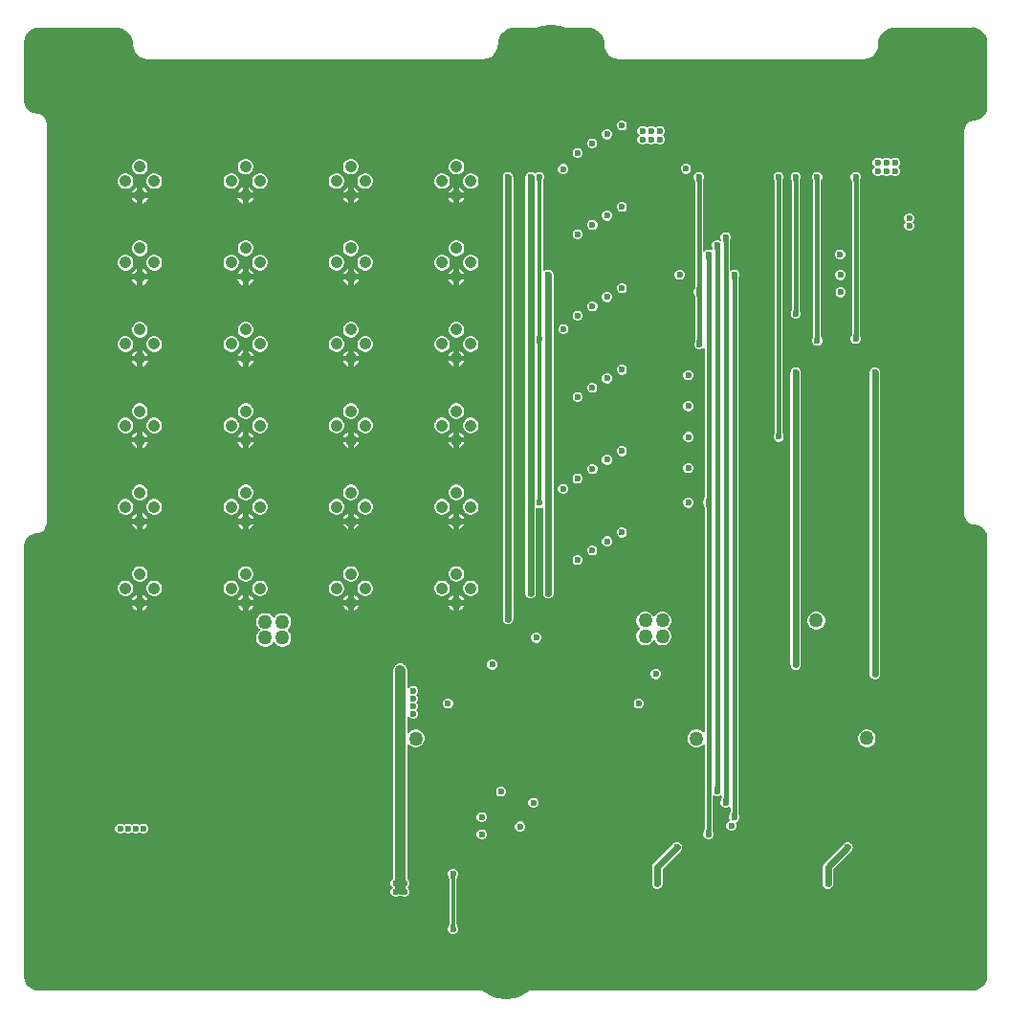
<source format=gbr>
G04*
G04 #@! TF.GenerationSoftware,Altium Limited,Altium Designer,25.8.1 (18)*
G04*
G04 Layer_Physical_Order=3*
G04 Layer_Color=16440176*
%FSLAX44Y44*%
%MOMM*%
G71*
G04*
G04 #@! TF.SameCoordinates,EA6E8681-586E-412E-AD3A-A28C1D5D0A19*
G04*
G04*
G04 #@! TF.FilePolarity,Positive*
G04*
G01*
G75*
%ADD14C,1.2000*%
%ADD23C,1.2700*%
%ADD24C,0.3810*%
%ADD25C,0.6096*%
%ADD27C,0.8890*%
%ADD28C,0.3500*%
%ADD34C,0.6000*%
%ADD35C,1.2000*%
%ADD36C,6.0000*%
%ADD37C,1.0668*%
%ADD38C,0.8890*%
%ADD43C,0.3500*%
%ADD44R,2.5851X2.1590*%
%ADD45R,2.4130X2.1590*%
%ADD46R,1.9050X6.8234*%
%ADD47R,2.7335X2.7293*%
G36*
X841431Y850805D02*
X844628Y849480D01*
X847374Y847374D01*
X849480Y844628D01*
X850805Y841431D01*
X851233Y838180D01*
X851197Y838000D01*
Y781251D01*
X851197Y780099D01*
X851198Y780000D01*
X851079Y778779D01*
X850857Y777091D01*
X849734Y774380D01*
X847948Y772053D01*
X845621Y770267D01*
X842910Y769144D01*
X841222Y768922D01*
X840762Y768877D01*
X839981Y768803D01*
X837722Y768505D01*
X835598Y767626D01*
X833775Y766226D01*
X832375Y764403D01*
X831496Y762279D01*
X831196Y760000D01*
X831196D01*
X831197Y759903D01*
Y420000D01*
X831195D01*
X831495Y417721D01*
X832374Y415597D01*
X833774Y413774D01*
X835597Y412374D01*
X837721Y411495D01*
X840000Y411195D01*
X841222Y411078D01*
X842909Y410856D01*
X845620Y409733D01*
X847947Y407947D01*
X849734Y405620D01*
X850856Y402909D01*
X851222Y400128D01*
X851197Y400000D01*
X851197Y11960D01*
X851233Y11781D01*
X850806Y8539D01*
X849485Y5352D01*
X847385Y2615D01*
X844648Y515D01*
X841461Y-806D01*
X838235Y-1230D01*
X838067Y-1197D01*
X13251Y-1197D01*
X12000Y-1197D01*
X10772Y-1095D01*
X8569Y-805D01*
X5372Y520D01*
X2626Y2626D01*
X520Y5372D01*
X-805Y8569D01*
X-1092Y10753D01*
X-1198Y11979D01*
X-1197Y12000D01*
X-1197Y13226D01*
X-1197Y391176D01*
X-1197Y392430D01*
X-1198Y392445D01*
X-1077Y393665D01*
X-856Y395339D01*
X267Y398050D01*
X2053Y400377D01*
X4380Y402163D01*
X7091Y403286D01*
X8778Y403508D01*
X10000Y403625D01*
X12279Y403925D01*
X14403Y404804D01*
X16226Y406204D01*
X17626Y408027D01*
X18505Y410151D01*
X18805Y412430D01*
X18803D01*
Y766130D01*
X18805D01*
X18505Y768409D01*
X17626Y770533D01*
X16226Y772356D01*
X14403Y773756D01*
X12279Y774635D01*
X10000Y774935D01*
X8778Y775052D01*
X7091Y775274D01*
X4380Y776397D01*
X2053Y778183D01*
X267Y780510D01*
X-856Y783221D01*
X-1222Y786002D01*
X-1197Y786130D01*
Y838000D01*
X-1233Y838180D01*
X-805Y841431D01*
X520Y844628D01*
X2626Y847374D01*
X5372Y849480D01*
X8569Y850805D01*
X10758Y851093D01*
X11985Y851198D01*
X12000Y851197D01*
X13232Y851197D01*
X78730Y851197D01*
X79977Y851197D01*
X80000Y851197D01*
X81228Y851095D01*
X82969Y850924D01*
X85823Y850058D01*
X88454Y848652D01*
X90759Y846759D01*
X92652Y844454D01*
X94058Y841823D01*
X94924Y838969D01*
X95094Y837243D01*
X95160Y836000D01*
X95319Y834794D01*
X95598Y832677D01*
X96880Y829580D01*
X98921Y826921D01*
X101580Y824880D01*
X104677Y823598D01*
X108000Y823160D01*
Y823197D01*
X405300D01*
Y823160D01*
X408623Y823598D01*
X411720Y824880D01*
X414379Y826921D01*
X416420Y829580D01*
X417702Y832677D01*
X417981Y834794D01*
X418140Y836000D01*
X418206Y837243D01*
X418376Y838969D01*
X419242Y841823D01*
X420648Y844454D01*
X422541Y846759D01*
X424846Y848652D01*
X427477Y850058D01*
X430331Y850924D01*
X433103Y851197D01*
X497300D01*
X497365Y851210D01*
X500269Y850924D01*
X503123Y850058D01*
X505754Y848652D01*
X508060Y846759D01*
X509952Y844454D01*
X511358Y841823D01*
X512224Y838969D01*
X512394Y837243D01*
X512460Y836000D01*
X512619Y834794D01*
X512898Y832677D01*
X514180Y829580D01*
X516221Y826921D01*
X518880Y824880D01*
X521977Y823598D01*
X525300Y823160D01*
Y823197D01*
X742000D01*
Y823160D01*
X745323Y823598D01*
X748420Y824880D01*
X751079Y826921D01*
X753120Y829580D01*
X754402Y832677D01*
X754681Y834794D01*
X754840Y836000D01*
X754906Y837243D01*
X755076Y838969D01*
X755942Y841823D01*
X757348Y844454D01*
X759240Y846759D01*
X761546Y848652D01*
X764177Y850058D01*
X767031Y850924D01*
X769935Y851210D01*
X770000Y851197D01*
X838000D01*
X838180Y851233D01*
X841431Y850805D01*
D02*
G37*
%LPC*%
G36*
X562235Y763960D02*
X560445D01*
X558791Y763275D01*
X557530Y762014D01*
X556269Y763275D01*
X554615Y763960D01*
X552825D01*
X551171Y763275D01*
X549910Y762014D01*
X548649Y763275D01*
X546995Y763960D01*
X545205D01*
X543551Y763275D01*
X542285Y762009D01*
X541600Y760355D01*
Y758565D01*
X542285Y756911D01*
X543546Y755650D01*
X542285Y754389D01*
X541600Y752735D01*
Y750945D01*
X542285Y749291D01*
X543551Y748025D01*
X545205Y747340D01*
X546995D01*
X548649Y748025D01*
X549910Y749286D01*
X551171Y748025D01*
X552825Y747340D01*
X554615D01*
X556269Y748025D01*
X557530Y749286D01*
X558791Y748025D01*
X560445Y747340D01*
X562235D01*
X563889Y748025D01*
X565155Y749291D01*
X565840Y750945D01*
Y752735D01*
X565155Y754389D01*
X563894Y755650D01*
X565155Y756911D01*
X565840Y758565D01*
Y760355D01*
X565155Y762009D01*
X563889Y763275D01*
X562235Y763960D01*
D02*
G37*
G36*
X528725Y768849D02*
X526935D01*
X525281Y768164D01*
X524015Y766898D01*
X523330Y765244D01*
Y763454D01*
X524015Y761800D01*
X525281Y760534D01*
X526935Y759849D01*
X528725D01*
X530379Y760534D01*
X531645Y761800D01*
X532330Y763454D01*
Y765244D01*
X531645Y766898D01*
X530379Y768164D01*
X528725Y768849D01*
D02*
G37*
G36*
X515725Y761030D02*
X513935D01*
X512281Y760345D01*
X511015Y759079D01*
X510330Y757425D01*
Y755635D01*
X511015Y753981D01*
X512281Y752715D01*
X513935Y752030D01*
X515725D01*
X517379Y752715D01*
X518645Y753981D01*
X519330Y755635D01*
Y757425D01*
X518645Y759079D01*
X517379Y760345D01*
X515725Y761030D01*
D02*
G37*
G36*
X502545Y752883D02*
X500755D01*
X499101Y752198D01*
X497835Y750932D01*
X497150Y749278D01*
Y747488D01*
X497835Y745834D01*
X499101Y744568D01*
X500755Y743883D01*
X502545D01*
X504199Y744568D01*
X505465Y745834D01*
X506150Y747488D01*
Y749278D01*
X505465Y750932D01*
X504199Y752198D01*
X502545Y752883D01*
D02*
G37*
G36*
X489725Y744520D02*
X487935D01*
X486281Y743835D01*
X485015Y742569D01*
X484330Y740915D01*
Y739125D01*
X485015Y737471D01*
X486281Y736205D01*
X487935Y735520D01*
X489725D01*
X491379Y736205D01*
X492645Y737471D01*
X493330Y739125D01*
Y740915D01*
X492645Y742569D01*
X491379Y743835D01*
X489725Y744520D01*
D02*
G37*
G36*
X770515Y736020D02*
X768725D01*
X767071Y735335D01*
X765810Y734074D01*
X764549Y735335D01*
X762895Y736020D01*
X761105D01*
X759451Y735335D01*
X758190Y734074D01*
X756929Y735335D01*
X755275Y736020D01*
X753485D01*
X751831Y735335D01*
X750565Y734069D01*
X749880Y732415D01*
Y730625D01*
X750565Y728971D01*
X751826Y727710D01*
X750565Y726449D01*
X749880Y724795D01*
Y723005D01*
X750565Y721351D01*
X751831Y720085D01*
X753485Y719400D01*
X755275D01*
X756929Y720085D01*
X758190Y721346D01*
X759451Y720085D01*
X761105Y719400D01*
X762895D01*
X764549Y720085D01*
X765810Y721346D01*
X767071Y720085D01*
X768725Y719400D01*
X770515D01*
X772169Y720085D01*
X773435Y721351D01*
X774120Y723005D01*
Y724795D01*
X773435Y726449D01*
X772174Y727710D01*
X773435Y728971D01*
X774120Y730625D01*
Y732415D01*
X773435Y734069D01*
X772169Y735335D01*
X770515Y736020D01*
D02*
G37*
G36*
X585495Y730486D02*
X583705D01*
X582051Y729801D01*
X580785Y728535D01*
X580100Y726881D01*
Y725091D01*
X580785Y723437D01*
X582051Y722171D01*
X583705Y721486D01*
X585495D01*
X587149Y722171D01*
X588415Y723437D01*
X589100Y725091D01*
Y726881D01*
X588415Y728535D01*
X587149Y729801D01*
X585495Y730486D01*
D02*
G37*
G36*
X476725Y730344D02*
X474935D01*
X473281Y729659D01*
X472015Y728393D01*
X471330Y726739D01*
Y724949D01*
X472015Y723295D01*
X473281Y722029D01*
X474935Y721344D01*
X476725D01*
X478379Y722029D01*
X479645Y723295D01*
X480330Y724949D01*
Y726739D01*
X479645Y728393D01*
X478379Y729659D01*
X476725Y730344D01*
D02*
G37*
G36*
X382320Y734534D02*
X380520D01*
X378782Y734068D01*
X377224Y733168D01*
X375951Y731896D01*
X375052Y730338D01*
X374586Y728600D01*
Y726800D01*
X375052Y725062D01*
X375951Y723504D01*
X377224Y722231D01*
X378782Y721332D01*
X380520Y720866D01*
X382320D01*
X384058Y721332D01*
X385616Y722231D01*
X386889Y723504D01*
X387788Y725062D01*
X388254Y726800D01*
Y728600D01*
X387788Y730338D01*
X386889Y731896D01*
X385616Y733168D01*
X384058Y734068D01*
X382320Y734534D01*
D02*
G37*
G36*
X288980D02*
X287180D01*
X285442Y734068D01*
X283884Y733168D01*
X282611Y731896D01*
X281712Y730338D01*
X281246Y728600D01*
Y726800D01*
X281712Y725062D01*
X282611Y723504D01*
X283884Y722231D01*
X285442Y721332D01*
X287180Y720866D01*
X288980D01*
X290718Y721332D01*
X292276Y722231D01*
X293549Y723504D01*
X294448Y725062D01*
X294914Y726800D01*
Y728600D01*
X294448Y730338D01*
X293549Y731896D01*
X292276Y733168D01*
X290718Y734068D01*
X288980Y734534D01*
D02*
G37*
G36*
X195640D02*
X193840D01*
X192102Y734068D01*
X190544Y733168D01*
X189271Y731896D01*
X188372Y730338D01*
X187906Y728600D01*
Y726800D01*
X188372Y725062D01*
X189271Y723504D01*
X190544Y722231D01*
X192102Y721332D01*
X193840Y720866D01*
X195640D01*
X197378Y721332D01*
X198936Y722231D01*
X200209Y723504D01*
X201108Y725062D01*
X201574Y726800D01*
Y728600D01*
X201108Y730338D01*
X200209Y731896D01*
X198936Y733168D01*
X197378Y734068D01*
X195640Y734534D01*
D02*
G37*
G36*
X102300D02*
X100500D01*
X98762Y734068D01*
X97204Y733168D01*
X95931Y731896D01*
X95032Y730338D01*
X94566Y728600D01*
Y726800D01*
X95032Y725062D01*
X95931Y723504D01*
X97204Y722231D01*
X98762Y721332D01*
X100500Y720866D01*
X102300D01*
X104038Y721332D01*
X105596Y722231D01*
X106869Y723504D01*
X107768Y725062D01*
X108234Y726800D01*
Y728600D01*
X107768Y730338D01*
X106869Y731896D01*
X105596Y733168D01*
X104038Y734068D01*
X102300Y734534D01*
D02*
G37*
G36*
X395020Y721834D02*
X393220D01*
X391482Y721368D01*
X389924Y720469D01*
X388651Y719196D01*
X387752Y717638D01*
X387286Y715900D01*
Y714100D01*
X387752Y712362D01*
X388651Y710804D01*
X389924Y709531D01*
X391482Y708632D01*
X393220Y708166D01*
X395020D01*
X396758Y708632D01*
X398316Y709531D01*
X399589Y710804D01*
X400488Y712362D01*
X400954Y714100D01*
Y715900D01*
X400488Y717638D01*
X399589Y719196D01*
X398316Y720469D01*
X396758Y721368D01*
X395020Y721834D01*
D02*
G37*
G36*
X369620D02*
X367820D01*
X366082Y721368D01*
X364524Y720469D01*
X363251Y719196D01*
X362352Y717638D01*
X361886Y715900D01*
Y714100D01*
X362352Y712362D01*
X363251Y710804D01*
X364524Y709531D01*
X366082Y708632D01*
X367820Y708166D01*
X369620D01*
X371358Y708632D01*
X372916Y709531D01*
X374189Y710804D01*
X375088Y712362D01*
X375554Y714100D01*
Y715900D01*
X375088Y717638D01*
X374189Y719196D01*
X372916Y720469D01*
X371358Y721368D01*
X369620Y721834D01*
D02*
G37*
G36*
X301680D02*
X299880D01*
X298142Y721368D01*
X296584Y720469D01*
X295311Y719196D01*
X294412Y717638D01*
X293946Y715900D01*
Y714100D01*
X294412Y712362D01*
X295311Y710804D01*
X296584Y709531D01*
X298142Y708632D01*
X299880Y708166D01*
X301680D01*
X303418Y708632D01*
X304976Y709531D01*
X306249Y710804D01*
X307148Y712362D01*
X307614Y714100D01*
Y715900D01*
X307148Y717638D01*
X306249Y719196D01*
X304976Y720469D01*
X303418Y721368D01*
X301680Y721834D01*
D02*
G37*
G36*
X276280D02*
X274480D01*
X272742Y721368D01*
X271184Y720469D01*
X269911Y719196D01*
X269012Y717638D01*
X268546Y715900D01*
Y714100D01*
X269012Y712362D01*
X269911Y710804D01*
X271184Y709531D01*
X272742Y708632D01*
X274480Y708166D01*
X276280D01*
X278018Y708632D01*
X279576Y709531D01*
X280849Y710804D01*
X281748Y712362D01*
X282214Y714100D01*
Y715900D01*
X281748Y717638D01*
X280849Y719196D01*
X279576Y720469D01*
X278018Y721368D01*
X276280Y721834D01*
D02*
G37*
G36*
X208340D02*
X206540D01*
X204802Y721368D01*
X203244Y720469D01*
X201971Y719196D01*
X201072Y717638D01*
X200606Y715900D01*
Y714100D01*
X201072Y712362D01*
X201971Y710804D01*
X203244Y709531D01*
X204802Y708632D01*
X206540Y708166D01*
X208340D01*
X210078Y708632D01*
X211636Y709531D01*
X212909Y710804D01*
X213808Y712362D01*
X214274Y714100D01*
Y715900D01*
X213808Y717638D01*
X212909Y719196D01*
X211636Y720469D01*
X210078Y721368D01*
X208340Y721834D01*
D02*
G37*
G36*
X182940D02*
X181140D01*
X179402Y721368D01*
X177844Y720469D01*
X176571Y719196D01*
X175672Y717638D01*
X175206Y715900D01*
Y714100D01*
X175672Y712362D01*
X176571Y710804D01*
X177844Y709531D01*
X179402Y708632D01*
X181140Y708166D01*
X182940D01*
X184678Y708632D01*
X186236Y709531D01*
X187509Y710804D01*
X188408Y712362D01*
X188874Y714100D01*
Y715900D01*
X188408Y717638D01*
X187509Y719196D01*
X186236Y720469D01*
X184678Y721368D01*
X182940Y721834D01*
D02*
G37*
G36*
X115000D02*
X113200D01*
X111462Y721368D01*
X109904Y720469D01*
X108631Y719196D01*
X107732Y717638D01*
X107266Y715900D01*
Y714100D01*
X107732Y712362D01*
X108631Y710804D01*
X109904Y709531D01*
X111462Y708632D01*
X113200Y708166D01*
X115000D01*
X116738Y708632D01*
X118296Y709531D01*
X119569Y710804D01*
X120468Y712362D01*
X120934Y714100D01*
Y715900D01*
X120468Y717638D01*
X119569Y719196D01*
X118296Y720469D01*
X116738Y721368D01*
X115000Y721834D01*
D02*
G37*
G36*
X89600D02*
X87800D01*
X86062Y721368D01*
X84504Y720469D01*
X83231Y719196D01*
X82332Y717638D01*
X81866Y715900D01*
Y714100D01*
X82332Y712362D01*
X83231Y710804D01*
X84504Y709531D01*
X86062Y708632D01*
X87800Y708166D01*
X89600D01*
X91338Y708632D01*
X92896Y709531D01*
X94169Y710804D01*
X95068Y712362D01*
X95534Y714100D01*
Y715900D01*
X95068Y717638D01*
X94169Y719196D01*
X92896Y720469D01*
X91338Y721368D01*
X89600Y721834D01*
D02*
G37*
G36*
X383920Y709223D02*
Y704800D01*
X388343D01*
X388254Y705131D01*
X387289Y706803D01*
X385923Y708169D01*
X384251Y709134D01*
X383920Y709223D01*
D02*
G37*
G36*
X378920D02*
X378589Y709134D01*
X376917Y708169D01*
X375551Y706803D01*
X374586Y705131D01*
X374497Y704800D01*
X378920D01*
Y709223D01*
D02*
G37*
G36*
X290580D02*
Y704800D01*
X295003D01*
X294914Y705131D01*
X293949Y706803D01*
X292583Y708169D01*
X290911Y709134D01*
X290580Y709223D01*
D02*
G37*
G36*
X285580D02*
X285249Y709134D01*
X283577Y708169D01*
X282211Y706803D01*
X281246Y705131D01*
X281157Y704800D01*
X285580D01*
Y709223D01*
D02*
G37*
G36*
X197240D02*
Y704800D01*
X201663D01*
X201574Y705131D01*
X200609Y706803D01*
X199243Y708169D01*
X197571Y709134D01*
X197240Y709223D01*
D02*
G37*
G36*
X192240D02*
X191909Y709134D01*
X190237Y708169D01*
X188871Y706803D01*
X187906Y705131D01*
X187817Y704800D01*
X192240D01*
Y709223D01*
D02*
G37*
G36*
X103900D02*
Y704800D01*
X108323D01*
X108234Y705131D01*
X107269Y706803D01*
X105903Y708169D01*
X104231Y709134D01*
X103900Y709223D01*
D02*
G37*
G36*
X98900D02*
X98569Y709134D01*
X96897Y708169D01*
X95531Y706803D01*
X94566Y705131D01*
X94477Y704800D01*
X98900D01*
Y709223D01*
D02*
G37*
G36*
X388343Y699800D02*
X383920D01*
Y695377D01*
X384251Y695466D01*
X385923Y696431D01*
X387289Y697797D01*
X388254Y699469D01*
X388343Y699800D01*
D02*
G37*
G36*
X378920D02*
X374497D01*
X374586Y699469D01*
X375551Y697797D01*
X376917Y696431D01*
X378589Y695466D01*
X378920Y695377D01*
Y699800D01*
D02*
G37*
G36*
X295003D02*
X290580D01*
Y695377D01*
X290911Y695466D01*
X292583Y696431D01*
X293949Y697797D01*
X294914Y699469D01*
X295003Y699800D01*
D02*
G37*
G36*
X285580D02*
X281157D01*
X281246Y699469D01*
X282211Y697797D01*
X283577Y696431D01*
X285249Y695466D01*
X285580Y695377D01*
Y699800D01*
D02*
G37*
G36*
X201663D02*
X197240D01*
Y695377D01*
X197571Y695466D01*
X199243Y696431D01*
X200609Y697797D01*
X201574Y699469D01*
X201663Y699800D01*
D02*
G37*
G36*
X192240D02*
X187817D01*
X187906Y699469D01*
X188871Y697797D01*
X190237Y696431D01*
X191909Y695466D01*
X192240Y695377D01*
Y699800D01*
D02*
G37*
G36*
X108323D02*
X103900D01*
Y695377D01*
X104231Y695466D01*
X105903Y696431D01*
X107269Y697797D01*
X108234Y699469D01*
X108323Y699800D01*
D02*
G37*
G36*
X98900D02*
X94477D01*
X94566Y699469D01*
X95531Y697797D01*
X96897Y696431D01*
X98569Y695466D01*
X98900Y695377D01*
Y699800D01*
D02*
G37*
G36*
X528725Y696849D02*
X526935D01*
X525281Y696164D01*
X524015Y694898D01*
X523330Y693244D01*
Y691454D01*
X524015Y689800D01*
X525281Y688534D01*
X526935Y687849D01*
X528725D01*
X530379Y688534D01*
X531645Y689800D01*
X532330Y691454D01*
Y693244D01*
X531645Y694898D01*
X530379Y696164D01*
X528725Y696849D01*
D02*
G37*
G36*
X515725Y689030D02*
X513935D01*
X512281Y688345D01*
X511015Y687079D01*
X510330Y685425D01*
Y683635D01*
X511015Y681981D01*
X512281Y680715D01*
X513935Y680030D01*
X515725D01*
X517379Y680715D01*
X518645Y681981D01*
X519330Y683635D01*
Y685425D01*
X518645Y687079D01*
X517379Y688345D01*
X515725Y689030D01*
D02*
G37*
G36*
X502678Y680883D02*
X500888D01*
X499234Y680198D01*
X497968Y678932D01*
X497283Y677278D01*
Y675488D01*
X497968Y673834D01*
X499234Y672568D01*
X500888Y671883D01*
X502678D01*
X504332Y672568D01*
X505598Y673834D01*
X506283Y675488D01*
Y677278D01*
X505598Y678932D01*
X504332Y680198D01*
X502678Y680883D01*
D02*
G37*
G36*
X783215Y686490D02*
X781425D01*
X779771Y685805D01*
X778505Y684539D01*
X777820Y682885D01*
Y681095D01*
X778505Y679441D01*
X779131Y678815D01*
X778505Y678189D01*
X777820Y676535D01*
Y674745D01*
X778505Y673091D01*
X779771Y671825D01*
X781425Y671140D01*
X783215D01*
X784869Y671825D01*
X786135Y673091D01*
X786820Y674745D01*
Y676535D01*
X786135Y678189D01*
X785509Y678815D01*
X786135Y679441D01*
X786820Y681095D01*
Y682885D01*
X786135Y684539D01*
X784869Y685805D01*
X783215Y686490D01*
D02*
G37*
G36*
X489725Y672520D02*
X487935D01*
X486281Y671835D01*
X485015Y670569D01*
X484330Y668915D01*
Y667125D01*
X485015Y665471D01*
X486281Y664205D01*
X487935Y663520D01*
X489725D01*
X491379Y664205D01*
X492645Y665471D01*
X493330Y667125D01*
Y668915D01*
X492645Y670569D01*
X491379Y671835D01*
X489725Y672520D01*
D02*
G37*
G36*
X382320Y662534D02*
X380520D01*
X378782Y662068D01*
X377224Y661169D01*
X375951Y659896D01*
X375052Y658338D01*
X374586Y656600D01*
Y654800D01*
X375052Y653062D01*
X375951Y651504D01*
X377224Y650231D01*
X378782Y649332D01*
X380520Y648866D01*
X382320D01*
X384058Y649332D01*
X385616Y650231D01*
X386889Y651504D01*
X387788Y653062D01*
X388254Y654800D01*
Y656600D01*
X387788Y658338D01*
X386889Y659896D01*
X385616Y661169D01*
X384058Y662068D01*
X382320Y662534D01*
D02*
G37*
G36*
X288980D02*
X287180D01*
X285442Y662068D01*
X283884Y661169D01*
X282611Y659896D01*
X281712Y658338D01*
X281246Y656600D01*
Y654800D01*
X281712Y653062D01*
X282611Y651504D01*
X283884Y650231D01*
X285442Y649332D01*
X287180Y648866D01*
X288980D01*
X290718Y649332D01*
X292276Y650231D01*
X293549Y651504D01*
X294448Y653062D01*
X294914Y654800D01*
Y656600D01*
X294448Y658338D01*
X293549Y659896D01*
X292276Y661169D01*
X290718Y662068D01*
X288980Y662534D01*
D02*
G37*
G36*
X195640D02*
X193840D01*
X192102Y662068D01*
X190544Y661169D01*
X189271Y659896D01*
X188372Y658338D01*
X187906Y656600D01*
Y654800D01*
X188372Y653062D01*
X189271Y651504D01*
X190544Y650231D01*
X192102Y649332D01*
X193840Y648866D01*
X195640D01*
X197378Y649332D01*
X198936Y650231D01*
X200209Y651504D01*
X201108Y653062D01*
X201574Y654800D01*
Y656600D01*
X201108Y658338D01*
X200209Y659896D01*
X198936Y661169D01*
X197378Y662068D01*
X195640Y662534D01*
D02*
G37*
G36*
X102300D02*
X100500D01*
X98762Y662068D01*
X97204Y661169D01*
X95931Y659896D01*
X95032Y658338D01*
X94566Y656600D01*
Y654800D01*
X95032Y653062D01*
X95931Y651504D01*
X97204Y650231D01*
X98762Y649332D01*
X100500Y648866D01*
X102300D01*
X104038Y649332D01*
X105596Y650231D01*
X106869Y651504D01*
X107768Y653062D01*
X108234Y654800D01*
Y656600D01*
X107768Y658338D01*
X106869Y659896D01*
X105596Y661169D01*
X104038Y662068D01*
X102300Y662534D01*
D02*
G37*
G36*
X722111Y654671D02*
X720320D01*
X718666Y653986D01*
X717401Y652720D01*
X716715Y651066D01*
Y649276D01*
X717401Y647622D01*
X718666Y646356D01*
X720320Y645671D01*
X722111D01*
X723764Y646356D01*
X725030Y647622D01*
X725715Y649276D01*
Y651066D01*
X725030Y652720D01*
X723764Y653986D01*
X722111Y654671D01*
D02*
G37*
G36*
X395020Y649834D02*
X393220D01*
X391482Y649368D01*
X389924Y648468D01*
X388651Y647196D01*
X387752Y645638D01*
X387286Y643900D01*
Y642100D01*
X387752Y640362D01*
X388651Y638804D01*
X389924Y637531D01*
X391482Y636632D01*
X393220Y636166D01*
X395020D01*
X396758Y636632D01*
X398316Y637531D01*
X399589Y638804D01*
X400488Y640362D01*
X400954Y642100D01*
Y643900D01*
X400488Y645638D01*
X399589Y647196D01*
X398316Y648468D01*
X396758Y649368D01*
X395020Y649834D01*
D02*
G37*
G36*
X369620D02*
X367820D01*
X366082Y649368D01*
X364524Y648468D01*
X363251Y647196D01*
X362352Y645638D01*
X361886Y643900D01*
Y642100D01*
X362352Y640362D01*
X363251Y638804D01*
X364524Y637531D01*
X366082Y636632D01*
X367820Y636166D01*
X369620D01*
X371358Y636632D01*
X372916Y637531D01*
X374189Y638804D01*
X375088Y640362D01*
X375554Y642100D01*
Y643900D01*
X375088Y645638D01*
X374189Y647196D01*
X372916Y648468D01*
X371358Y649368D01*
X369620Y649834D01*
D02*
G37*
G36*
X301680D02*
X299880D01*
X298142Y649368D01*
X296584Y648468D01*
X295311Y647196D01*
X294412Y645638D01*
X293946Y643900D01*
Y642100D01*
X294412Y640362D01*
X295311Y638804D01*
X296584Y637531D01*
X298142Y636632D01*
X299880Y636166D01*
X301680D01*
X303418Y636632D01*
X304976Y637531D01*
X306249Y638804D01*
X307148Y640362D01*
X307614Y642100D01*
Y643900D01*
X307148Y645638D01*
X306249Y647196D01*
X304976Y648468D01*
X303418Y649368D01*
X301680Y649834D01*
D02*
G37*
G36*
X276280D02*
X274480D01*
X272742Y649368D01*
X271184Y648468D01*
X269911Y647196D01*
X269012Y645638D01*
X268546Y643900D01*
Y642100D01*
X269012Y640362D01*
X269911Y638804D01*
X271184Y637531D01*
X272742Y636632D01*
X274480Y636166D01*
X276280D01*
X278018Y636632D01*
X279576Y637531D01*
X280849Y638804D01*
X281748Y640362D01*
X282214Y642100D01*
Y643900D01*
X281748Y645638D01*
X280849Y647196D01*
X279576Y648468D01*
X278018Y649368D01*
X276280Y649834D01*
D02*
G37*
G36*
X208340D02*
X206540D01*
X204802Y649368D01*
X203244Y648468D01*
X201971Y647196D01*
X201072Y645638D01*
X200606Y643900D01*
Y642100D01*
X201072Y640362D01*
X201971Y638804D01*
X203244Y637531D01*
X204802Y636632D01*
X206540Y636166D01*
X208340D01*
X210078Y636632D01*
X211636Y637531D01*
X212909Y638804D01*
X213808Y640362D01*
X214274Y642100D01*
Y643900D01*
X213808Y645638D01*
X212909Y647196D01*
X211636Y648468D01*
X210078Y649368D01*
X208340Y649834D01*
D02*
G37*
G36*
X182940D02*
X181140D01*
X179402Y649368D01*
X177844Y648468D01*
X176571Y647196D01*
X175672Y645638D01*
X175206Y643900D01*
Y642100D01*
X175672Y640362D01*
X176571Y638804D01*
X177844Y637531D01*
X179402Y636632D01*
X181140Y636166D01*
X182940D01*
X184678Y636632D01*
X186236Y637531D01*
X187509Y638804D01*
X188408Y640362D01*
X188874Y642100D01*
Y643900D01*
X188408Y645638D01*
X187509Y647196D01*
X186236Y648468D01*
X184678Y649368D01*
X182940Y649834D01*
D02*
G37*
G36*
X115000D02*
X113200D01*
X111462Y649368D01*
X109904Y648468D01*
X108631Y647196D01*
X107732Y645638D01*
X107266Y643900D01*
Y642100D01*
X107732Y640362D01*
X108631Y638804D01*
X109904Y637531D01*
X111462Y636632D01*
X113200Y636166D01*
X115000D01*
X116738Y636632D01*
X118296Y637531D01*
X119569Y638804D01*
X120468Y640362D01*
X120934Y642100D01*
Y643900D01*
X120468Y645638D01*
X119569Y647196D01*
X118296Y648468D01*
X116738Y649368D01*
X115000Y649834D01*
D02*
G37*
G36*
X89600D02*
X87800D01*
X86062Y649368D01*
X84504Y648468D01*
X83231Y647196D01*
X82332Y645638D01*
X81866Y643900D01*
Y642100D01*
X82332Y640362D01*
X83231Y638804D01*
X84504Y637531D01*
X86062Y636632D01*
X87800Y636166D01*
X89600D01*
X91338Y636632D01*
X92896Y637531D01*
X94169Y638804D01*
X95068Y640362D01*
X95534Y642100D01*
Y643900D01*
X95068Y645638D01*
X94169Y647196D01*
X92896Y648468D01*
X91338Y649368D01*
X89600Y649834D01*
D02*
G37*
G36*
X383920Y637223D02*
Y632800D01*
X388343D01*
X388254Y633131D01*
X387289Y634803D01*
X385923Y636169D01*
X384251Y637134D01*
X383920Y637223D01*
D02*
G37*
G36*
X378920D02*
X378589Y637134D01*
X376917Y636169D01*
X375551Y634803D01*
X374586Y633131D01*
X374497Y632800D01*
X378920D01*
Y637223D01*
D02*
G37*
G36*
X290580D02*
Y632800D01*
X295003D01*
X294914Y633131D01*
X293949Y634803D01*
X292583Y636169D01*
X290911Y637134D01*
X290580Y637223D01*
D02*
G37*
G36*
X285580D02*
X285249Y637134D01*
X283577Y636169D01*
X282211Y634803D01*
X281246Y633131D01*
X281157Y632800D01*
X285580D01*
Y637223D01*
D02*
G37*
G36*
X197240D02*
Y632800D01*
X201663D01*
X201574Y633131D01*
X200609Y634803D01*
X199243Y636169D01*
X197571Y637134D01*
X197240Y637223D01*
D02*
G37*
G36*
X192240D02*
X191909Y637134D01*
X190237Y636169D01*
X188871Y634803D01*
X187906Y633131D01*
X187817Y632800D01*
X192240D01*
Y637223D01*
D02*
G37*
G36*
X103900D02*
Y632800D01*
X108323D01*
X108234Y633131D01*
X107269Y634803D01*
X105903Y636169D01*
X104231Y637134D01*
X103900Y637223D01*
D02*
G37*
G36*
X98900D02*
X98569Y637134D01*
X96897Y636169D01*
X95531Y634803D01*
X94566Y633131D01*
X94477Y632800D01*
X98900D01*
Y637223D01*
D02*
G37*
G36*
X579980Y636706D02*
X578190D01*
X576536Y636021D01*
X575270Y634755D01*
X574585Y633101D01*
Y631311D01*
X575270Y629657D01*
X576536Y628391D01*
X578190Y627706D01*
X579980D01*
X581634Y628391D01*
X582900Y629657D01*
X583585Y631311D01*
Y633101D01*
X582900Y634755D01*
X581634Y636021D01*
X579980Y636706D01*
D02*
G37*
G36*
X722255Y636671D02*
X720465D01*
X718811Y635986D01*
X717545Y634720D01*
X716860Y633066D01*
Y631276D01*
X717545Y629622D01*
X718811Y628356D01*
X720465Y627671D01*
X722255D01*
X723909Y628356D01*
X725175Y629622D01*
X725860Y631276D01*
Y633066D01*
X725175Y634720D01*
X723909Y635986D01*
X722255Y636671D01*
D02*
G37*
G36*
X388343Y627800D02*
X383920D01*
Y623377D01*
X384251Y623466D01*
X385923Y624431D01*
X387289Y625797D01*
X388254Y627469D01*
X388343Y627800D01*
D02*
G37*
G36*
X378920D02*
X374497D01*
X374586Y627469D01*
X375551Y625797D01*
X376917Y624431D01*
X378589Y623466D01*
X378920Y623377D01*
Y627800D01*
D02*
G37*
G36*
X295003D02*
X290580D01*
Y623377D01*
X290911Y623466D01*
X292583Y624431D01*
X293949Y625797D01*
X294914Y627469D01*
X295003Y627800D01*
D02*
G37*
G36*
X285580D02*
X281157D01*
X281246Y627469D01*
X282211Y625797D01*
X283577Y624431D01*
X285249Y623466D01*
X285580Y623377D01*
Y627800D01*
D02*
G37*
G36*
X201663D02*
X197240D01*
Y623377D01*
X197571Y623466D01*
X199243Y624431D01*
X200609Y625797D01*
X201574Y627469D01*
X201663Y627800D01*
D02*
G37*
G36*
X192240D02*
X187817D01*
X187906Y627469D01*
X188871Y625797D01*
X190237Y624431D01*
X191909Y623466D01*
X192240Y623377D01*
Y627800D01*
D02*
G37*
G36*
X108323D02*
X103900D01*
Y623377D01*
X104231Y623466D01*
X105903Y624431D01*
X107269Y625797D01*
X108234Y627469D01*
X108323Y627800D01*
D02*
G37*
G36*
X98900D02*
X94477D01*
X94566Y627469D01*
X95531Y625797D01*
X96897Y624431D01*
X98569Y623466D01*
X98900Y623377D01*
Y627800D01*
D02*
G37*
G36*
X528725Y624849D02*
X526935D01*
X525281Y624164D01*
X524015Y622898D01*
X523330Y621244D01*
Y619454D01*
X524015Y617800D01*
X525281Y616534D01*
X526935Y615849D01*
X528725D01*
X530379Y616534D01*
X531645Y617800D01*
X532330Y619454D01*
Y621244D01*
X531645Y622898D01*
X530379Y624164D01*
X528725Y624849D01*
D02*
G37*
G36*
X722548Y621448D02*
X720758D01*
X719104Y620762D01*
X717838Y619497D01*
X717153Y617843D01*
Y616053D01*
X717838Y614399D01*
X719104Y613133D01*
X720758Y612448D01*
X722548D01*
X724202Y613133D01*
X725468Y614399D01*
X726153Y616053D01*
Y617843D01*
X725468Y619497D01*
X724202Y620762D01*
X722548Y621448D01*
D02*
G37*
G36*
X515725Y617030D02*
X513935D01*
X512281Y616345D01*
X511015Y615079D01*
X510330Y613425D01*
Y611635D01*
X511015Y609981D01*
X512281Y608715D01*
X513935Y608030D01*
X515725D01*
X517379Y608715D01*
X518645Y609981D01*
X519330Y611635D01*
Y613425D01*
X518645Y615079D01*
X517379Y616345D01*
X515725Y617030D01*
D02*
G37*
G36*
X502678Y608883D02*
X500888D01*
X499234Y608198D01*
X497968Y606932D01*
X497283Y605278D01*
Y603488D01*
X497968Y601834D01*
X499234Y600568D01*
X500888Y599883D01*
X502678D01*
X504332Y600568D01*
X505598Y601834D01*
X506283Y603488D01*
Y605278D01*
X505598Y606932D01*
X504332Y608198D01*
X502678Y608883D01*
D02*
G37*
G36*
X682650Y723320D02*
X680860D01*
X679206Y722635D01*
X677940Y721369D01*
X677255Y719715D01*
Y717925D01*
X677940Y716271D01*
X678151Y716059D01*
X678224Y714984D01*
X678226Y714693D01*
X678283Y714558D01*
Y602206D01*
X678226Y602074D01*
X678219Y601449D01*
X678199Y600996D01*
X678172Y600716D01*
X677953Y600497D01*
X677268Y598843D01*
Y597052D01*
X677953Y595399D01*
X679219Y594133D01*
X680872Y593448D01*
X682663D01*
X684317Y594133D01*
X685583Y595399D01*
X686268Y597052D01*
Y598843D01*
X685583Y600497D01*
X685359Y600720D01*
X685285Y601796D01*
X685283Y602085D01*
X685226Y602220D01*
Y714550D01*
X685283Y714683D01*
X685291Y715306D01*
X685311Y715759D01*
X685339Y716040D01*
X685570Y716271D01*
X686255Y717925D01*
Y719715D01*
X685570Y721369D01*
X684304Y722635D01*
X682650Y723320D01*
D02*
G37*
G36*
X489725Y600520D02*
X487935D01*
X486281Y599835D01*
X485015Y598569D01*
X484330Y596915D01*
Y595125D01*
X485015Y593471D01*
X486281Y592205D01*
X487935Y591520D01*
X489725D01*
X491379Y592205D01*
X492645Y593471D01*
X493330Y595125D01*
Y596915D01*
X492645Y598569D01*
X491379Y599835D01*
X489725Y600520D01*
D02*
G37*
G36*
X477145Y588700D02*
X475355D01*
X473701Y588015D01*
X472435Y586749D01*
X471750Y585095D01*
Y583305D01*
X472435Y581651D01*
X473701Y580385D01*
X475355Y579700D01*
X477145D01*
X478799Y580385D01*
X480065Y581651D01*
X480750Y583305D01*
Y585095D01*
X480065Y586749D01*
X478799Y588015D01*
X477145Y588700D01*
D02*
G37*
G36*
X382320Y590534D02*
X380520D01*
X378782Y590068D01*
X377224Y589169D01*
X375951Y587896D01*
X375052Y586338D01*
X374586Y584600D01*
Y582800D01*
X375052Y581062D01*
X375951Y579504D01*
X377224Y578231D01*
X378782Y577332D01*
X380520Y576866D01*
X382320D01*
X384058Y577332D01*
X385616Y578231D01*
X386889Y579504D01*
X387788Y581062D01*
X388254Y582800D01*
Y584600D01*
X387788Y586338D01*
X386889Y587896D01*
X385616Y589169D01*
X384058Y590068D01*
X382320Y590534D01*
D02*
G37*
G36*
X288980D02*
X287180D01*
X285442Y590068D01*
X283884Y589169D01*
X282611Y587896D01*
X281712Y586338D01*
X281246Y584600D01*
Y582800D01*
X281712Y581062D01*
X282611Y579504D01*
X283884Y578231D01*
X285442Y577332D01*
X287180Y576866D01*
X288980D01*
X290718Y577332D01*
X292276Y578231D01*
X293549Y579504D01*
X294448Y581062D01*
X294914Y582800D01*
Y584600D01*
X294448Y586338D01*
X293549Y587896D01*
X292276Y589169D01*
X290718Y590068D01*
X288980Y590534D01*
D02*
G37*
G36*
X195640D02*
X193840D01*
X192102Y590068D01*
X190544Y589169D01*
X189271Y587896D01*
X188372Y586338D01*
X187906Y584600D01*
Y582800D01*
X188372Y581062D01*
X189271Y579504D01*
X190544Y578231D01*
X192102Y577332D01*
X193840Y576866D01*
X195640D01*
X197378Y577332D01*
X198936Y578231D01*
X200209Y579504D01*
X201108Y581062D01*
X201574Y582800D01*
Y584600D01*
X201108Y586338D01*
X200209Y587896D01*
X198936Y589169D01*
X197378Y590068D01*
X195640Y590534D01*
D02*
G37*
G36*
X102300D02*
X100500D01*
X98762Y590068D01*
X97204Y589169D01*
X95931Y587896D01*
X95032Y586338D01*
X94566Y584600D01*
Y582800D01*
X95032Y581062D01*
X95931Y579504D01*
X97204Y578231D01*
X98762Y577332D01*
X100500Y576866D01*
X102300D01*
X104038Y577332D01*
X105596Y578231D01*
X106869Y579504D01*
X107768Y581062D01*
X108234Y582800D01*
Y584600D01*
X107768Y586338D01*
X106869Y587896D01*
X105596Y589169D01*
X104038Y590068D01*
X102300Y590534D01*
D02*
G37*
G36*
X735873Y723320D02*
X734083D01*
X732429Y722635D01*
X731163Y721369D01*
X730478Y719715D01*
Y717925D01*
X731163Y716271D01*
X731374Y716059D01*
X731448Y714984D01*
X731449Y714693D01*
X731506Y714558D01*
Y579851D01*
X731449Y579718D01*
X731442Y579095D01*
X731422Y578642D01*
X731394Y578361D01*
X731163Y578130D01*
X730478Y576476D01*
Y574686D01*
X731163Y573032D01*
X732429Y571766D01*
X734083Y571081D01*
X735873D01*
X737527Y571766D01*
X738793Y573032D01*
X739478Y574686D01*
Y576476D01*
X738793Y578130D01*
X738581Y578341D01*
X738508Y579417D01*
X738506Y579708D01*
X738450Y579843D01*
Y714550D01*
X738506Y714683D01*
X738514Y715306D01*
X738534Y715759D01*
X738562Y716040D01*
X738793Y716271D01*
X739478Y717925D01*
Y719715D01*
X738793Y721369D01*
X737527Y722635D01*
X735873Y723320D01*
D02*
G37*
G36*
X701650D02*
X699860D01*
X698206Y722635D01*
X696940Y721369D01*
X696255Y719715D01*
Y717925D01*
X696940Y716271D01*
X697151Y716059D01*
X697224Y714984D01*
X697226Y714693D01*
X697283Y714558D01*
Y578200D01*
X697226Y578067D01*
X697219Y577444D01*
X697198Y576991D01*
X697171Y576710D01*
X696940Y576479D01*
X696255Y574825D01*
Y573035D01*
X696940Y571381D01*
X698206Y570115D01*
X699860Y569430D01*
X701650D01*
X703304Y570115D01*
X704570Y571381D01*
X705255Y573035D01*
Y574825D01*
X704570Y576479D01*
X704358Y576690D01*
X704285Y577766D01*
X704283Y578057D01*
X704226Y578192D01*
Y714550D01*
X704283Y714683D01*
X704291Y715306D01*
X704311Y715759D01*
X704339Y716040D01*
X704570Y716271D01*
X705255Y717925D01*
Y719715D01*
X704570Y721369D01*
X703304Y722635D01*
X701650Y723320D01*
D02*
G37*
G36*
X395020Y577834D02*
X393220D01*
X391482Y577368D01*
X389924Y576469D01*
X388651Y575196D01*
X387752Y573638D01*
X387286Y571900D01*
Y570100D01*
X387752Y568362D01*
X388651Y566804D01*
X389924Y565531D01*
X391482Y564632D01*
X393220Y564166D01*
X395020D01*
X396758Y564632D01*
X398316Y565531D01*
X399589Y566804D01*
X400488Y568362D01*
X400954Y570100D01*
Y571900D01*
X400488Y573638D01*
X399589Y575196D01*
X398316Y576469D01*
X396758Y577368D01*
X395020Y577834D01*
D02*
G37*
G36*
X369620D02*
X367820D01*
X366082Y577368D01*
X364524Y576469D01*
X363251Y575196D01*
X362352Y573638D01*
X361886Y571900D01*
Y570100D01*
X362352Y568362D01*
X363251Y566804D01*
X364524Y565531D01*
X366082Y564632D01*
X367820Y564166D01*
X369620D01*
X371358Y564632D01*
X372916Y565531D01*
X374189Y566804D01*
X375088Y568362D01*
X375554Y570100D01*
Y571900D01*
X375088Y573638D01*
X374189Y575196D01*
X372916Y576469D01*
X371358Y577368D01*
X369620Y577834D01*
D02*
G37*
G36*
X301680D02*
X299880D01*
X298142Y577368D01*
X296584Y576469D01*
X295311Y575196D01*
X294412Y573638D01*
X293946Y571900D01*
Y570100D01*
X294412Y568362D01*
X295311Y566804D01*
X296584Y565531D01*
X298142Y564632D01*
X299880Y564166D01*
X301680D01*
X303418Y564632D01*
X304976Y565531D01*
X306249Y566804D01*
X307148Y568362D01*
X307614Y570100D01*
Y571900D01*
X307148Y573638D01*
X306249Y575196D01*
X304976Y576469D01*
X303418Y577368D01*
X301680Y577834D01*
D02*
G37*
G36*
X276280D02*
X274480D01*
X272742Y577368D01*
X271184Y576469D01*
X269911Y575196D01*
X269012Y573638D01*
X268546Y571900D01*
Y570100D01*
X269012Y568362D01*
X269911Y566804D01*
X271184Y565531D01*
X272742Y564632D01*
X274480Y564166D01*
X276280D01*
X278018Y564632D01*
X279576Y565531D01*
X280849Y566804D01*
X281748Y568362D01*
X282214Y570100D01*
Y571900D01*
X281748Y573638D01*
X280849Y575196D01*
X279576Y576469D01*
X278018Y577368D01*
X276280Y577834D01*
D02*
G37*
G36*
X208340D02*
X206540D01*
X204802Y577368D01*
X203244Y576469D01*
X201971Y575196D01*
X201072Y573638D01*
X200606Y571900D01*
Y570100D01*
X201072Y568362D01*
X201971Y566804D01*
X203244Y565531D01*
X204802Y564632D01*
X206540Y564166D01*
X208340D01*
X210078Y564632D01*
X211636Y565531D01*
X212909Y566804D01*
X213808Y568362D01*
X214274Y570100D01*
Y571900D01*
X213808Y573638D01*
X212909Y575196D01*
X211636Y576469D01*
X210078Y577368D01*
X208340Y577834D01*
D02*
G37*
G36*
X182940D02*
X181140D01*
X179402Y577368D01*
X177844Y576469D01*
X176571Y575196D01*
X175672Y573638D01*
X175206Y571900D01*
Y570100D01*
X175672Y568362D01*
X176571Y566804D01*
X177844Y565531D01*
X179402Y564632D01*
X181140Y564166D01*
X182940D01*
X184678Y564632D01*
X186236Y565531D01*
X187509Y566804D01*
X188408Y568362D01*
X188874Y570100D01*
Y571900D01*
X188408Y573638D01*
X187509Y575196D01*
X186236Y576469D01*
X184678Y577368D01*
X182940Y577834D01*
D02*
G37*
G36*
X115000D02*
X113200D01*
X111462Y577368D01*
X109904Y576469D01*
X108631Y575196D01*
X107732Y573638D01*
X107266Y571900D01*
Y570100D01*
X107732Y568362D01*
X108631Y566804D01*
X109904Y565531D01*
X111462Y564632D01*
X113200Y564166D01*
X115000D01*
X116738Y564632D01*
X118296Y565531D01*
X119569Y566804D01*
X120468Y568362D01*
X120934Y570100D01*
Y571900D01*
X120468Y573638D01*
X119569Y575196D01*
X118296Y576469D01*
X116738Y577368D01*
X115000Y577834D01*
D02*
G37*
G36*
X89600D02*
X87800D01*
X86062Y577368D01*
X84504Y576469D01*
X83231Y575196D01*
X82332Y573638D01*
X81866Y571900D01*
Y570100D01*
X82332Y568362D01*
X83231Y566804D01*
X84504Y565531D01*
X86062Y564632D01*
X87800Y564166D01*
X89600D01*
X91338Y564632D01*
X92896Y565531D01*
X94169Y566804D01*
X95068Y568362D01*
X95534Y570100D01*
Y571900D01*
X95068Y573638D01*
X94169Y575196D01*
X92896Y576469D01*
X91338Y577368D01*
X89600Y577834D01*
D02*
G37*
G36*
X383920Y565223D02*
Y560800D01*
X388343D01*
X388254Y561131D01*
X387289Y562803D01*
X385923Y564169D01*
X384251Y565134D01*
X383920Y565223D01*
D02*
G37*
G36*
X378920D02*
X378589Y565134D01*
X376917Y564169D01*
X375551Y562803D01*
X374586Y561131D01*
X374497Y560800D01*
X378920D01*
Y565223D01*
D02*
G37*
G36*
X290580D02*
Y560800D01*
X295003D01*
X294914Y561131D01*
X293949Y562803D01*
X292583Y564169D01*
X290911Y565134D01*
X290580Y565223D01*
D02*
G37*
G36*
X285580D02*
X285249Y565134D01*
X283577Y564169D01*
X282211Y562803D01*
X281246Y561131D01*
X281157Y560800D01*
X285580D01*
Y565223D01*
D02*
G37*
G36*
X197240D02*
Y560800D01*
X201663D01*
X201574Y561131D01*
X200609Y562803D01*
X199243Y564169D01*
X197571Y565134D01*
X197240Y565223D01*
D02*
G37*
G36*
X192240D02*
X191909Y565134D01*
X190237Y564169D01*
X188871Y562803D01*
X187906Y561131D01*
X187817Y560800D01*
X192240D01*
Y565223D01*
D02*
G37*
G36*
X103900D02*
Y560800D01*
X108323D01*
X108234Y561131D01*
X107269Y562803D01*
X105903Y564169D01*
X104231Y565134D01*
X103900Y565223D01*
D02*
G37*
G36*
X98900D02*
X98569Y565134D01*
X96897Y564169D01*
X95531Y562803D01*
X94566Y561131D01*
X94477Y560800D01*
X98900D01*
Y565223D01*
D02*
G37*
G36*
X388343Y555800D02*
X383920D01*
Y551377D01*
X384251Y551466D01*
X385923Y552431D01*
X387289Y553797D01*
X388254Y555469D01*
X388343Y555800D01*
D02*
G37*
G36*
X378920D02*
X374497D01*
X374586Y555469D01*
X375551Y553797D01*
X376917Y552431D01*
X378589Y551466D01*
X378920Y551377D01*
Y555800D01*
D02*
G37*
G36*
X295003D02*
X290580D01*
Y551377D01*
X290911Y551466D01*
X292583Y552431D01*
X293949Y553797D01*
X294914Y555469D01*
X295003Y555800D01*
D02*
G37*
G36*
X285580D02*
X281157D01*
X281246Y555469D01*
X282211Y553797D01*
X283577Y552431D01*
X285249Y551466D01*
X285580Y551377D01*
Y555800D01*
D02*
G37*
G36*
X201663D02*
X197240D01*
Y551377D01*
X197571Y551466D01*
X199243Y552431D01*
X200609Y553797D01*
X201574Y555469D01*
X201663Y555800D01*
D02*
G37*
G36*
X192240D02*
X187817D01*
X187906Y555469D01*
X188871Y553797D01*
X190237Y552431D01*
X191909Y551466D01*
X192240Y551377D01*
Y555800D01*
D02*
G37*
G36*
X108323D02*
X103900D01*
Y551377D01*
X104231Y551466D01*
X105903Y552431D01*
X107269Y553797D01*
X108234Y555469D01*
X108323Y555800D01*
D02*
G37*
G36*
X98900D02*
X94477D01*
X94566Y555469D01*
X95531Y553797D01*
X96897Y552431D01*
X98569Y551466D01*
X98900Y551377D01*
Y555800D01*
D02*
G37*
G36*
X528725Y552849D02*
X526935D01*
X525281Y552164D01*
X524015Y550898D01*
X523330Y549244D01*
Y547454D01*
X524015Y545800D01*
X525281Y544534D01*
X526935Y543849D01*
X528725D01*
X530379Y544534D01*
X531645Y545800D01*
X532330Y547454D01*
Y549244D01*
X531645Y550898D01*
X530379Y552164D01*
X528725Y552849D01*
D02*
G37*
G36*
X587635Y547878D02*
X585845D01*
X584191Y547193D01*
X582925Y545928D01*
X582240Y544274D01*
Y542483D01*
X582925Y540830D01*
X584191Y539564D01*
X585845Y538879D01*
X587635D01*
X589289Y539564D01*
X590555Y540830D01*
X591240Y542483D01*
Y544274D01*
X590555Y545928D01*
X589289Y547193D01*
X587635Y547878D01*
D02*
G37*
G36*
X515725Y545030D02*
X513935D01*
X512281Y544345D01*
X511015Y543079D01*
X510330Y541425D01*
Y539635D01*
X511015Y537981D01*
X512281Y536715D01*
X513935Y536030D01*
X515725D01*
X517379Y536715D01*
X518645Y537981D01*
X519330Y539635D01*
Y541425D01*
X518645Y543079D01*
X517379Y544345D01*
X515725Y545030D01*
D02*
G37*
G36*
X502545Y536883D02*
X500755D01*
X499101Y536198D01*
X497835Y534932D01*
X497150Y533278D01*
Y531488D01*
X497835Y529834D01*
X499101Y528568D01*
X500755Y527883D01*
X502545D01*
X504199Y528568D01*
X505465Y529834D01*
X506150Y531488D01*
Y533278D01*
X505465Y534932D01*
X504199Y536198D01*
X502545Y536883D01*
D02*
G37*
G36*
X489725Y528520D02*
X487935D01*
X486281Y527835D01*
X485015Y526569D01*
X484330Y524915D01*
Y523125D01*
X485015Y521471D01*
X486281Y520205D01*
X487935Y519520D01*
X489725D01*
X491379Y520205D01*
X492645Y521471D01*
X493330Y523125D01*
Y524915D01*
X492645Y526569D01*
X491379Y527835D01*
X489725Y528520D01*
D02*
G37*
G36*
X587635Y520483D02*
X585845D01*
X584191Y519798D01*
X582925Y518532D01*
X582240Y516878D01*
Y515088D01*
X582925Y513434D01*
X584191Y512168D01*
X585845Y511483D01*
X587635D01*
X589289Y512168D01*
X590555Y513434D01*
X591240Y515088D01*
Y516878D01*
X590555Y518532D01*
X589289Y519798D01*
X587635Y520483D01*
D02*
G37*
G36*
X382320Y518534D02*
X380520D01*
X378782Y518068D01*
X377224Y517169D01*
X375951Y515896D01*
X375052Y514338D01*
X374586Y512600D01*
Y510800D01*
X375052Y509062D01*
X375951Y507504D01*
X377224Y506231D01*
X378782Y505332D01*
X380520Y504866D01*
X382320D01*
X384058Y505332D01*
X385616Y506231D01*
X386889Y507504D01*
X387788Y509062D01*
X388254Y510800D01*
Y512600D01*
X387788Y514338D01*
X386889Y515896D01*
X385616Y517169D01*
X384058Y518068D01*
X382320Y518534D01*
D02*
G37*
G36*
X288980D02*
X287180D01*
X285442Y518068D01*
X283884Y517169D01*
X282611Y515896D01*
X281712Y514338D01*
X281246Y512600D01*
Y510800D01*
X281712Y509062D01*
X282611Y507504D01*
X283884Y506231D01*
X285442Y505332D01*
X287180Y504866D01*
X288980D01*
X290718Y505332D01*
X292276Y506231D01*
X293549Y507504D01*
X294448Y509062D01*
X294914Y510800D01*
Y512600D01*
X294448Y514338D01*
X293549Y515896D01*
X292276Y517169D01*
X290718Y518068D01*
X288980Y518534D01*
D02*
G37*
G36*
X195640D02*
X193840D01*
X192102Y518068D01*
X190544Y517169D01*
X189271Y515896D01*
X188372Y514338D01*
X187906Y512600D01*
Y510800D01*
X188372Y509062D01*
X189271Y507504D01*
X190544Y506231D01*
X192102Y505332D01*
X193840Y504866D01*
X195640D01*
X197378Y505332D01*
X198936Y506231D01*
X200209Y507504D01*
X201108Y509062D01*
X201574Y510800D01*
Y512600D01*
X201108Y514338D01*
X200209Y515896D01*
X198936Y517169D01*
X197378Y518068D01*
X195640Y518534D01*
D02*
G37*
G36*
X102300D02*
X100500D01*
X98762Y518068D01*
X97204Y517169D01*
X95931Y515896D01*
X95032Y514338D01*
X94566Y512600D01*
Y510800D01*
X95032Y509062D01*
X95931Y507504D01*
X97204Y506231D01*
X98762Y505332D01*
X100500Y504866D01*
X102300D01*
X104038Y505332D01*
X105596Y506231D01*
X106869Y507504D01*
X107768Y509062D01*
X108234Y510800D01*
Y512600D01*
X107768Y514338D01*
X106869Y515896D01*
X105596Y517169D01*
X104038Y518068D01*
X102300Y518534D01*
D02*
G37*
G36*
X395020Y505834D02*
X393220D01*
X391482Y505368D01*
X389924Y504468D01*
X388651Y503196D01*
X387752Y501638D01*
X387286Y499900D01*
Y498100D01*
X387752Y496362D01*
X388651Y494804D01*
X389924Y493531D01*
X391482Y492632D01*
X393220Y492166D01*
X395020D01*
X396758Y492632D01*
X398316Y493531D01*
X399589Y494804D01*
X400488Y496362D01*
X400954Y498100D01*
Y499900D01*
X400488Y501638D01*
X399589Y503196D01*
X398316Y504468D01*
X396758Y505368D01*
X395020Y505834D01*
D02*
G37*
G36*
X369620D02*
X367820D01*
X366082Y505368D01*
X364524Y504468D01*
X363251Y503196D01*
X362352Y501638D01*
X361886Y499900D01*
Y498100D01*
X362352Y496362D01*
X363251Y494804D01*
X364524Y493531D01*
X366082Y492632D01*
X367820Y492166D01*
X369620D01*
X371358Y492632D01*
X372916Y493531D01*
X374189Y494804D01*
X375088Y496362D01*
X375554Y498100D01*
Y499900D01*
X375088Y501638D01*
X374189Y503196D01*
X372916Y504468D01*
X371358Y505368D01*
X369620Y505834D01*
D02*
G37*
G36*
X301680D02*
X299880D01*
X298142Y505368D01*
X296584Y504468D01*
X295311Y503196D01*
X294412Y501638D01*
X293946Y499900D01*
Y498100D01*
X294412Y496362D01*
X295311Y494804D01*
X296584Y493531D01*
X298142Y492632D01*
X299880Y492166D01*
X301680D01*
X303418Y492632D01*
X304976Y493531D01*
X306249Y494804D01*
X307148Y496362D01*
X307614Y498100D01*
Y499900D01*
X307148Y501638D01*
X306249Y503196D01*
X304976Y504468D01*
X303418Y505368D01*
X301680Y505834D01*
D02*
G37*
G36*
X276280D02*
X274480D01*
X272742Y505368D01*
X271184Y504468D01*
X269911Y503196D01*
X269012Y501638D01*
X268546Y499900D01*
Y498100D01*
X269012Y496362D01*
X269911Y494804D01*
X271184Y493531D01*
X272742Y492632D01*
X274480Y492166D01*
X276280D01*
X278018Y492632D01*
X279576Y493531D01*
X280849Y494804D01*
X281748Y496362D01*
X282214Y498100D01*
Y499900D01*
X281748Y501638D01*
X280849Y503196D01*
X279576Y504468D01*
X278018Y505368D01*
X276280Y505834D01*
D02*
G37*
G36*
X208340D02*
X206540D01*
X204802Y505368D01*
X203244Y504468D01*
X201971Y503196D01*
X201072Y501638D01*
X200606Y499900D01*
Y498100D01*
X201072Y496362D01*
X201971Y494804D01*
X203244Y493531D01*
X204802Y492632D01*
X206540Y492166D01*
X208340D01*
X210078Y492632D01*
X211636Y493531D01*
X212909Y494804D01*
X213808Y496362D01*
X214274Y498100D01*
Y499900D01*
X213808Y501638D01*
X212909Y503196D01*
X211636Y504468D01*
X210078Y505368D01*
X208340Y505834D01*
D02*
G37*
G36*
X182940D02*
X181140D01*
X179402Y505368D01*
X177844Y504468D01*
X176571Y503196D01*
X175672Y501638D01*
X175206Y499900D01*
Y498100D01*
X175672Y496362D01*
X176571Y494804D01*
X177844Y493531D01*
X179402Y492632D01*
X181140Y492166D01*
X182940D01*
X184678Y492632D01*
X186236Y493531D01*
X187509Y494804D01*
X188408Y496362D01*
X188874Y498100D01*
Y499900D01*
X188408Y501638D01*
X187509Y503196D01*
X186236Y504468D01*
X184678Y505368D01*
X182940Y505834D01*
D02*
G37*
G36*
X115000D02*
X113200D01*
X111462Y505368D01*
X109904Y504468D01*
X108631Y503196D01*
X107732Y501638D01*
X107266Y499900D01*
Y498100D01*
X107732Y496362D01*
X108631Y494804D01*
X109904Y493531D01*
X111462Y492632D01*
X113200Y492166D01*
X115000D01*
X116738Y492632D01*
X118296Y493531D01*
X119569Y494804D01*
X120468Y496362D01*
X120934Y498100D01*
Y499900D01*
X120468Y501638D01*
X119569Y503196D01*
X118296Y504468D01*
X116738Y505368D01*
X115000Y505834D01*
D02*
G37*
G36*
X89600D02*
X87800D01*
X86062Y505368D01*
X84504Y504468D01*
X83231Y503196D01*
X82332Y501638D01*
X81866Y499900D01*
Y498100D01*
X82332Y496362D01*
X83231Y494804D01*
X84504Y493531D01*
X86062Y492632D01*
X87800Y492166D01*
X89600D01*
X91338Y492632D01*
X92896Y493531D01*
X94169Y494804D01*
X95068Y496362D01*
X95534Y498100D01*
Y499900D01*
X95068Y501638D01*
X94169Y503196D01*
X92896Y504468D01*
X91338Y505368D01*
X89600Y505834D01*
D02*
G37*
G36*
X383920Y493223D02*
Y488800D01*
X388343D01*
X388254Y489131D01*
X387289Y490803D01*
X385923Y492169D01*
X384251Y493134D01*
X383920Y493223D01*
D02*
G37*
G36*
X378920D02*
X378589Y493134D01*
X376917Y492169D01*
X375551Y490803D01*
X374586Y489131D01*
X374497Y488800D01*
X378920D01*
Y493223D01*
D02*
G37*
G36*
X290580D02*
Y488800D01*
X295003D01*
X294914Y489131D01*
X293949Y490803D01*
X292583Y492169D01*
X290911Y493134D01*
X290580Y493223D01*
D02*
G37*
G36*
X285580D02*
X285249Y493134D01*
X283577Y492169D01*
X282211Y490803D01*
X281246Y489131D01*
X281157Y488800D01*
X285580D01*
Y493223D01*
D02*
G37*
G36*
X197240D02*
Y488800D01*
X201663D01*
X201574Y489131D01*
X200609Y490803D01*
X199243Y492169D01*
X197571Y493134D01*
X197240Y493223D01*
D02*
G37*
G36*
X192240D02*
X191909Y493134D01*
X190237Y492169D01*
X188871Y490803D01*
X187906Y489131D01*
X187817Y488800D01*
X192240D01*
Y493223D01*
D02*
G37*
G36*
X103900D02*
Y488800D01*
X108323D01*
X108234Y489131D01*
X107269Y490803D01*
X105903Y492169D01*
X104231Y493134D01*
X103900Y493223D01*
D02*
G37*
G36*
X98900D02*
X98569Y493134D01*
X96897Y492169D01*
X95531Y490803D01*
X94566Y489131D01*
X94477Y488800D01*
X98900D01*
Y493223D01*
D02*
G37*
G36*
X667426Y723320D02*
X665636D01*
X663982Y722635D01*
X662716Y721369D01*
X662031Y719715D01*
Y717925D01*
X662716Y716271D01*
X663043Y715944D01*
X663110Y714900D01*
X663112Y714606D01*
X663126Y714573D01*
X663114Y714540D01*
X663169Y714423D01*
Y493116D01*
X663112Y492981D01*
X663111Y492659D01*
X663088Y491893D01*
X663066Y491630D01*
X662935Y491499D01*
X662250Y489845D01*
Y488055D01*
X662935Y486401D01*
X664201Y485135D01*
X665855Y484450D01*
X667645D01*
X669299Y485135D01*
X670565Y486401D01*
X671250Y488055D01*
Y489845D01*
X670565Y491499D01*
X670238Y491826D01*
X670171Y492870D01*
X670169Y493164D01*
X670155Y493197D01*
X670167Y493230D01*
X670112Y493347D01*
Y714654D01*
X670169Y714789D01*
X670171Y715111D01*
X670193Y715877D01*
X670215Y716140D01*
X670346Y716271D01*
X671031Y717925D01*
Y719715D01*
X670346Y721369D01*
X669080Y722635D01*
X667426Y723320D01*
D02*
G37*
G36*
X587635Y493087D02*
X585845D01*
X584191Y492402D01*
X582925Y491136D01*
X582240Y489482D01*
Y487692D01*
X582925Y486038D01*
X584191Y484772D01*
X585845Y484087D01*
X587635D01*
X589289Y484772D01*
X590555Y486038D01*
X591240Y487692D01*
Y489482D01*
X590555Y491136D01*
X589289Y492402D01*
X587635Y493087D01*
D02*
G37*
G36*
X388343Y483800D02*
X383920D01*
Y479377D01*
X384251Y479466D01*
X385923Y480431D01*
X387289Y481797D01*
X388254Y483469D01*
X388343Y483800D01*
D02*
G37*
G36*
X378920D02*
X374497D01*
X374586Y483469D01*
X375551Y481797D01*
X376917Y480431D01*
X378589Y479466D01*
X378920Y479377D01*
Y483800D01*
D02*
G37*
G36*
X295003D02*
X290580D01*
Y479377D01*
X290911Y479466D01*
X292583Y480431D01*
X293949Y481797D01*
X294914Y483469D01*
X295003Y483800D01*
D02*
G37*
G36*
X285580D02*
X281157D01*
X281246Y483469D01*
X282211Y481797D01*
X283577Y480431D01*
X285249Y479466D01*
X285580Y479377D01*
Y483800D01*
D02*
G37*
G36*
X201663D02*
X197240D01*
Y479377D01*
X197571Y479466D01*
X199243Y480431D01*
X200609Y481797D01*
X201574Y483469D01*
X201663Y483800D01*
D02*
G37*
G36*
X192240D02*
X187817D01*
X187906Y483469D01*
X188871Y481797D01*
X190237Y480431D01*
X191909Y479466D01*
X192240Y479377D01*
Y483800D01*
D02*
G37*
G36*
X108323D02*
X103900D01*
Y479377D01*
X104231Y479466D01*
X105903Y480431D01*
X107269Y481797D01*
X108234Y483469D01*
X108323Y483800D01*
D02*
G37*
G36*
X98900D02*
X94477D01*
X94566Y483469D01*
X95531Y481797D01*
X96897Y480431D01*
X98569Y479466D01*
X98900Y479377D01*
Y483800D01*
D02*
G37*
G36*
X528725Y480849D02*
X526935D01*
X525281Y480164D01*
X524015Y478898D01*
X523330Y477244D01*
Y475454D01*
X524015Y473800D01*
X525281Y472534D01*
X526935Y471849D01*
X528725D01*
X530379Y472534D01*
X531645Y473800D01*
X532330Y475454D01*
Y477244D01*
X531645Y478898D01*
X530379Y480164D01*
X528725Y480849D01*
D02*
G37*
G36*
X515725Y473030D02*
X513935D01*
X512281Y472345D01*
X511015Y471079D01*
X510330Y469425D01*
Y467635D01*
X511015Y465981D01*
X512281Y464715D01*
X513935Y464030D01*
X515725D01*
X517379Y464715D01*
X518645Y465981D01*
X519330Y467635D01*
Y469425D01*
X518645Y471079D01*
X517379Y472345D01*
X515725Y473030D01*
D02*
G37*
G36*
X587635Y465691D02*
X585845D01*
X584191Y465006D01*
X582925Y463741D01*
X582240Y462086D01*
Y460296D01*
X582925Y458642D01*
X584191Y457377D01*
X585845Y456691D01*
X587635D01*
X589289Y457377D01*
X590555Y458642D01*
X591240Y460296D01*
Y462086D01*
X590555Y463741D01*
X589289Y465006D01*
X587635Y465691D01*
D02*
G37*
G36*
X502678Y464883D02*
X500888D01*
X499234Y464198D01*
X497968Y462932D01*
X497283Y461278D01*
Y459488D01*
X497968Y457834D01*
X499234Y456568D01*
X500888Y455883D01*
X502678D01*
X504332Y456568D01*
X505598Y457834D01*
X506283Y459488D01*
Y461278D01*
X505598Y462932D01*
X504332Y464198D01*
X502678Y464883D01*
D02*
G37*
G36*
X489725Y456520D02*
X487935D01*
X486281Y455835D01*
X485015Y454569D01*
X484330Y452915D01*
Y451125D01*
X485015Y449471D01*
X486281Y448205D01*
X487935Y447520D01*
X489725D01*
X491379Y448205D01*
X492645Y449471D01*
X493330Y451125D01*
Y452915D01*
X492645Y454569D01*
X491379Y455835D01*
X489725Y456520D01*
D02*
G37*
G36*
X476725Y447320D02*
X474935D01*
X473281Y446635D01*
X472015Y445369D01*
X471330Y443715D01*
Y441925D01*
X472015Y440271D01*
X473281Y439005D01*
X474935Y438320D01*
X476725D01*
X478379Y439005D01*
X479645Y440271D01*
X480330Y441925D01*
Y443715D01*
X479645Y445369D01*
X478379Y446635D01*
X476725Y447320D01*
D02*
G37*
G36*
X382320Y446534D02*
X380520D01*
X378782Y446068D01*
X377224Y445169D01*
X375951Y443896D01*
X375052Y442338D01*
X374586Y440600D01*
Y438800D01*
X375052Y437062D01*
X375951Y435504D01*
X377224Y434231D01*
X378782Y433332D01*
X380520Y432866D01*
X382320D01*
X384058Y433332D01*
X385616Y434231D01*
X386889Y435504D01*
X387788Y437062D01*
X388254Y438800D01*
Y440600D01*
X387788Y442338D01*
X386889Y443896D01*
X385616Y445169D01*
X384058Y446068D01*
X382320Y446534D01*
D02*
G37*
G36*
X288980D02*
X287180D01*
X285442Y446068D01*
X283884Y445169D01*
X282611Y443896D01*
X281712Y442338D01*
X281246Y440600D01*
Y438800D01*
X281712Y437062D01*
X282611Y435504D01*
X283884Y434231D01*
X285442Y433332D01*
X287180Y432866D01*
X288980D01*
X290718Y433332D01*
X292276Y434231D01*
X293549Y435504D01*
X294448Y437062D01*
X294914Y438800D01*
Y440600D01*
X294448Y442338D01*
X293549Y443896D01*
X292276Y445169D01*
X290718Y446068D01*
X288980Y446534D01*
D02*
G37*
G36*
X195640D02*
X193840D01*
X192102Y446068D01*
X190544Y445169D01*
X189271Y443896D01*
X188372Y442338D01*
X187906Y440600D01*
Y438800D01*
X188372Y437062D01*
X189271Y435504D01*
X190544Y434231D01*
X192102Y433332D01*
X193840Y432866D01*
X195640D01*
X197378Y433332D01*
X198936Y434231D01*
X200209Y435504D01*
X201108Y437062D01*
X201574Y438800D01*
Y440600D01*
X201108Y442338D01*
X200209Y443896D01*
X198936Y445169D01*
X197378Y446068D01*
X195640Y446534D01*
D02*
G37*
G36*
X102300D02*
X100500D01*
X98762Y446068D01*
X97204Y445169D01*
X95931Y443896D01*
X95032Y442338D01*
X94566Y440600D01*
Y438800D01*
X95032Y437062D01*
X95931Y435504D01*
X97204Y434231D01*
X98762Y433332D01*
X100500Y432866D01*
X102300D01*
X104038Y433332D01*
X105596Y434231D01*
X106869Y435504D01*
X107768Y437062D01*
X108234Y438800D01*
Y440600D01*
X107768Y442338D01*
X106869Y443896D01*
X105596Y445169D01*
X104038Y446068D01*
X102300Y446534D01*
D02*
G37*
G36*
X587635Y435030D02*
X585845D01*
X584191Y434345D01*
X582925Y433079D01*
X582240Y431425D01*
Y429635D01*
X582925Y427981D01*
X584191Y426715D01*
X585845Y426030D01*
X587635D01*
X589289Y426715D01*
X590555Y427981D01*
X591240Y429635D01*
Y431425D01*
X590555Y433079D01*
X589289Y434345D01*
X587635Y435030D01*
D02*
G37*
G36*
X395020Y433834D02*
X393220D01*
X391482Y433368D01*
X389924Y432469D01*
X388651Y431196D01*
X387752Y429638D01*
X387286Y427900D01*
Y426100D01*
X387752Y424362D01*
X388651Y422804D01*
X389924Y421531D01*
X391482Y420632D01*
X393220Y420166D01*
X395020D01*
X396758Y420632D01*
X398316Y421531D01*
X399589Y422804D01*
X400488Y424362D01*
X400954Y426100D01*
Y427900D01*
X400488Y429638D01*
X399589Y431196D01*
X398316Y432469D01*
X396758Y433368D01*
X395020Y433834D01*
D02*
G37*
G36*
X369620D02*
X367820D01*
X366082Y433368D01*
X364524Y432469D01*
X363251Y431196D01*
X362352Y429638D01*
X361886Y427900D01*
Y426100D01*
X362352Y424362D01*
X363251Y422804D01*
X364524Y421531D01*
X366082Y420632D01*
X367820Y420166D01*
X369620D01*
X371358Y420632D01*
X372916Y421531D01*
X374189Y422804D01*
X375088Y424362D01*
X375554Y426100D01*
Y427900D01*
X375088Y429638D01*
X374189Y431196D01*
X372916Y432469D01*
X371358Y433368D01*
X369620Y433834D01*
D02*
G37*
G36*
X301680D02*
X299880D01*
X298142Y433368D01*
X296584Y432469D01*
X295311Y431196D01*
X294412Y429638D01*
X293946Y427900D01*
Y426100D01*
X294412Y424362D01*
X295311Y422804D01*
X296584Y421531D01*
X298142Y420632D01*
X299880Y420166D01*
X301680D01*
X303418Y420632D01*
X304976Y421531D01*
X306249Y422804D01*
X307148Y424362D01*
X307614Y426100D01*
Y427900D01*
X307148Y429638D01*
X306249Y431196D01*
X304976Y432469D01*
X303418Y433368D01*
X301680Y433834D01*
D02*
G37*
G36*
X276280D02*
X274480D01*
X272742Y433368D01*
X271184Y432469D01*
X269911Y431196D01*
X269012Y429638D01*
X268546Y427900D01*
Y426100D01*
X269012Y424362D01*
X269911Y422804D01*
X271184Y421531D01*
X272742Y420632D01*
X274480Y420166D01*
X276280D01*
X278018Y420632D01*
X279576Y421531D01*
X280849Y422804D01*
X281748Y424362D01*
X282214Y426100D01*
Y427900D01*
X281748Y429638D01*
X280849Y431196D01*
X279576Y432469D01*
X278018Y433368D01*
X276280Y433834D01*
D02*
G37*
G36*
X208340D02*
X206540D01*
X204802Y433368D01*
X203244Y432469D01*
X201971Y431196D01*
X201072Y429638D01*
X200606Y427900D01*
Y426100D01*
X201072Y424362D01*
X201971Y422804D01*
X203244Y421531D01*
X204802Y420632D01*
X206540Y420166D01*
X208340D01*
X210078Y420632D01*
X211636Y421531D01*
X212909Y422804D01*
X213808Y424362D01*
X214274Y426100D01*
Y427900D01*
X213808Y429638D01*
X212909Y431196D01*
X211636Y432469D01*
X210078Y433368D01*
X208340Y433834D01*
D02*
G37*
G36*
X182940D02*
X181140D01*
X179402Y433368D01*
X177844Y432469D01*
X176571Y431196D01*
X175672Y429638D01*
X175206Y427900D01*
Y426100D01*
X175672Y424362D01*
X176571Y422804D01*
X177844Y421531D01*
X179402Y420632D01*
X181140Y420166D01*
X182940D01*
X184678Y420632D01*
X186236Y421531D01*
X187509Y422804D01*
X188408Y424362D01*
X188874Y426100D01*
Y427900D01*
X188408Y429638D01*
X187509Y431196D01*
X186236Y432469D01*
X184678Y433368D01*
X182940Y433834D01*
D02*
G37*
G36*
X115000D02*
X113200D01*
X111462Y433368D01*
X109904Y432469D01*
X108631Y431196D01*
X107732Y429638D01*
X107266Y427900D01*
Y426100D01*
X107732Y424362D01*
X108631Y422804D01*
X109904Y421531D01*
X111462Y420632D01*
X113200Y420166D01*
X115000D01*
X116738Y420632D01*
X118296Y421531D01*
X119569Y422804D01*
X120468Y424362D01*
X120934Y426100D01*
Y427900D01*
X120468Y429638D01*
X119569Y431196D01*
X118296Y432469D01*
X116738Y433368D01*
X115000Y433834D01*
D02*
G37*
G36*
X89600D02*
X87800D01*
X86062Y433368D01*
X84504Y432469D01*
X83231Y431196D01*
X82332Y429638D01*
X81866Y427900D01*
Y426100D01*
X82332Y424362D01*
X83231Y422804D01*
X84504Y421531D01*
X86062Y420632D01*
X87800Y420166D01*
X89600D01*
X91338Y420632D01*
X92896Y421531D01*
X94169Y422804D01*
X95068Y424362D01*
X95534Y426100D01*
Y427900D01*
X95068Y429638D01*
X94169Y431196D01*
X92896Y432469D01*
X91338Y433368D01*
X89600Y433834D01*
D02*
G37*
G36*
X383920Y421223D02*
Y416800D01*
X388343D01*
X388254Y417131D01*
X387289Y418803D01*
X385923Y420169D01*
X384251Y421134D01*
X383920Y421223D01*
D02*
G37*
G36*
X378920D02*
X378589Y421134D01*
X376917Y420169D01*
X375551Y418803D01*
X374586Y417131D01*
X374497Y416800D01*
X378920D01*
Y421223D01*
D02*
G37*
G36*
X290580D02*
Y416800D01*
X295003D01*
X294914Y417131D01*
X293949Y418803D01*
X292583Y420169D01*
X290911Y421134D01*
X290580Y421223D01*
D02*
G37*
G36*
X285580D02*
X285249Y421134D01*
X283577Y420169D01*
X282211Y418803D01*
X281246Y417131D01*
X281157Y416800D01*
X285580D01*
Y421223D01*
D02*
G37*
G36*
X197240D02*
Y416800D01*
X201663D01*
X201574Y417131D01*
X200609Y418803D01*
X199243Y420169D01*
X197571Y421134D01*
X197240Y421223D01*
D02*
G37*
G36*
X192240D02*
X191909Y421134D01*
X190237Y420169D01*
X188871Y418803D01*
X187906Y417131D01*
X187817Y416800D01*
X192240D01*
Y421223D01*
D02*
G37*
G36*
X103900D02*
Y416800D01*
X108323D01*
X108234Y417131D01*
X107269Y418803D01*
X105903Y420169D01*
X104231Y421134D01*
X103900Y421223D01*
D02*
G37*
G36*
X98900D02*
X98569Y421134D01*
X96897Y420169D01*
X95531Y418803D01*
X94566Y417131D01*
X94477Y416800D01*
X98900D01*
Y421223D01*
D02*
G37*
G36*
X388343Y411800D02*
X383920D01*
Y407377D01*
X384251Y407466D01*
X385923Y408431D01*
X387289Y409797D01*
X388254Y411469D01*
X388343Y411800D01*
D02*
G37*
G36*
X378920D02*
X374497D01*
X374586Y411469D01*
X375551Y409797D01*
X376917Y408431D01*
X378589Y407466D01*
X378920Y407377D01*
Y411800D01*
D02*
G37*
G36*
X295003D02*
X290580D01*
Y407377D01*
X290911Y407466D01*
X292583Y408431D01*
X293949Y409797D01*
X294914Y411469D01*
X295003Y411800D01*
D02*
G37*
G36*
X285580D02*
X281157D01*
X281246Y411469D01*
X282211Y409797D01*
X283577Y408431D01*
X285249Y407466D01*
X285580Y407377D01*
Y411800D01*
D02*
G37*
G36*
X201663D02*
X197240D01*
Y407377D01*
X197571Y407466D01*
X199243Y408431D01*
X200609Y409797D01*
X201574Y411469D01*
X201663Y411800D01*
D02*
G37*
G36*
X192240D02*
X187817D01*
X187906Y411469D01*
X188871Y409797D01*
X190237Y408431D01*
X191909Y407466D01*
X192240Y407377D01*
Y411800D01*
D02*
G37*
G36*
X108323D02*
X103900D01*
Y407377D01*
X104231Y407466D01*
X105903Y408431D01*
X107269Y409797D01*
X108234Y411469D01*
X108323Y411800D01*
D02*
G37*
G36*
X98900D02*
X94477D01*
X94566Y411469D01*
X95531Y409797D01*
X96897Y408431D01*
X98569Y407466D01*
X98900Y407377D01*
Y411800D01*
D02*
G37*
G36*
X528725Y408849D02*
X526935D01*
X525281Y408164D01*
X524015Y406898D01*
X523330Y405244D01*
Y403454D01*
X524015Y401800D01*
X525281Y400534D01*
X526935Y399849D01*
X528725D01*
X530379Y400534D01*
X531645Y401800D01*
X532330Y403454D01*
Y405244D01*
X531645Y406898D01*
X530379Y408164D01*
X528725Y408849D01*
D02*
G37*
G36*
X515725Y401030D02*
X513935D01*
X512281Y400345D01*
X511015Y399079D01*
X510330Y397425D01*
Y395635D01*
X511015Y393981D01*
X512281Y392715D01*
X513935Y392030D01*
X515725D01*
X517379Y392715D01*
X518645Y393981D01*
X519330Y395635D01*
Y397425D01*
X518645Y399079D01*
X517379Y400345D01*
X515725Y401030D01*
D02*
G37*
G36*
X502545Y392883D02*
X500755D01*
X499101Y392198D01*
X497835Y390932D01*
X497150Y389278D01*
Y387488D01*
X497835Y385834D01*
X499101Y384568D01*
X500755Y383883D01*
X502545D01*
X504199Y384568D01*
X505465Y385834D01*
X506150Y387488D01*
Y389278D01*
X505465Y390932D01*
X504199Y392198D01*
X502545Y392883D01*
D02*
G37*
G36*
X489725Y384520D02*
X487935D01*
X486281Y383835D01*
X485015Y382569D01*
X484330Y380915D01*
Y379125D01*
X485015Y377471D01*
X486281Y376205D01*
X487935Y375520D01*
X489725D01*
X491379Y376205D01*
X492645Y377471D01*
X493330Y379125D01*
Y380915D01*
X492645Y382569D01*
X491379Y383835D01*
X489725Y384520D01*
D02*
G37*
G36*
X382320Y374534D02*
X380520D01*
X378782Y374068D01*
X377224Y373169D01*
X375951Y371896D01*
X375052Y370338D01*
X374586Y368600D01*
Y366800D01*
X375052Y365062D01*
X375951Y363504D01*
X377224Y362231D01*
X378782Y361332D01*
X380520Y360866D01*
X382320D01*
X384058Y361332D01*
X385616Y362231D01*
X386889Y363504D01*
X387788Y365062D01*
X388254Y366800D01*
Y368600D01*
X387788Y370338D01*
X386889Y371896D01*
X385616Y373169D01*
X384058Y374068D01*
X382320Y374534D01*
D02*
G37*
G36*
X288980D02*
X287180D01*
X285442Y374068D01*
X283884Y373169D01*
X282611Y371896D01*
X281712Y370338D01*
X281246Y368600D01*
Y366800D01*
X281712Y365062D01*
X282611Y363504D01*
X283884Y362231D01*
X285442Y361332D01*
X287180Y360866D01*
X288980D01*
X290718Y361332D01*
X292276Y362231D01*
X293549Y363504D01*
X294448Y365062D01*
X294914Y366800D01*
Y368600D01*
X294448Y370338D01*
X293549Y371896D01*
X292276Y373169D01*
X290718Y374068D01*
X288980Y374534D01*
D02*
G37*
G36*
X195640D02*
X193840D01*
X192102Y374068D01*
X190544Y373169D01*
X189271Y371896D01*
X188372Y370338D01*
X187906Y368600D01*
Y366800D01*
X188372Y365062D01*
X189271Y363504D01*
X190544Y362231D01*
X192102Y361332D01*
X193840Y360866D01*
X195640D01*
X197378Y361332D01*
X198936Y362231D01*
X200209Y363504D01*
X201108Y365062D01*
X201574Y366800D01*
Y368600D01*
X201108Y370338D01*
X200209Y371896D01*
X198936Y373169D01*
X197378Y374068D01*
X195640Y374534D01*
D02*
G37*
G36*
X102300D02*
X100500D01*
X98762Y374068D01*
X97204Y373169D01*
X95931Y371896D01*
X95032Y370338D01*
X94566Y368600D01*
Y366800D01*
X95032Y365062D01*
X95931Y363504D01*
X97204Y362231D01*
X98762Y361332D01*
X100500Y360866D01*
X102300D01*
X104038Y361332D01*
X105596Y362231D01*
X106869Y363504D01*
X107768Y365062D01*
X108234Y366800D01*
Y368600D01*
X107768Y370338D01*
X106869Y371896D01*
X105596Y373169D01*
X104038Y374068D01*
X102300Y374534D01*
D02*
G37*
G36*
X395020Y361834D02*
X393220D01*
X391482Y361368D01*
X389924Y360469D01*
X388651Y359196D01*
X387752Y357638D01*
X387286Y355900D01*
Y354100D01*
X387752Y352362D01*
X388651Y350804D01*
X389924Y349531D01*
X391482Y348632D01*
X393220Y348166D01*
X395020D01*
X396758Y348632D01*
X398316Y349531D01*
X399589Y350804D01*
X400488Y352362D01*
X400954Y354100D01*
Y355900D01*
X400488Y357638D01*
X399589Y359196D01*
X398316Y360469D01*
X396758Y361368D01*
X395020Y361834D01*
D02*
G37*
G36*
X369620D02*
X367820D01*
X366082Y361368D01*
X364524Y360469D01*
X363251Y359196D01*
X362352Y357638D01*
X361886Y355900D01*
Y354100D01*
X362352Y352362D01*
X363251Y350804D01*
X364524Y349531D01*
X366082Y348632D01*
X367820Y348166D01*
X369620D01*
X371358Y348632D01*
X372916Y349531D01*
X374189Y350804D01*
X375088Y352362D01*
X375554Y354100D01*
Y355900D01*
X375088Y357638D01*
X374189Y359196D01*
X372916Y360469D01*
X371358Y361368D01*
X369620Y361834D01*
D02*
G37*
G36*
X301680D02*
X299880D01*
X298142Y361368D01*
X296584Y360469D01*
X295311Y359196D01*
X294412Y357638D01*
X293946Y355900D01*
Y354100D01*
X294412Y352362D01*
X295311Y350804D01*
X296584Y349531D01*
X298142Y348632D01*
X299880Y348166D01*
X301680D01*
X303418Y348632D01*
X304976Y349531D01*
X306249Y350804D01*
X307148Y352362D01*
X307614Y354100D01*
Y355900D01*
X307148Y357638D01*
X306249Y359196D01*
X304976Y360469D01*
X303418Y361368D01*
X301680Y361834D01*
D02*
G37*
G36*
X276280D02*
X274480D01*
X272742Y361368D01*
X271184Y360469D01*
X269911Y359196D01*
X269012Y357638D01*
X268546Y355900D01*
Y354100D01*
X269012Y352362D01*
X269911Y350804D01*
X271184Y349531D01*
X272742Y348632D01*
X274480Y348166D01*
X276280D01*
X278018Y348632D01*
X279576Y349531D01*
X280849Y350804D01*
X281748Y352362D01*
X282214Y354100D01*
Y355900D01*
X281748Y357638D01*
X280849Y359196D01*
X279576Y360469D01*
X278018Y361368D01*
X276280Y361834D01*
D02*
G37*
G36*
X208340D02*
X206540D01*
X204802Y361368D01*
X203244Y360469D01*
X201971Y359196D01*
X201072Y357638D01*
X200606Y355900D01*
Y354100D01*
X201072Y352362D01*
X201971Y350804D01*
X203244Y349531D01*
X204802Y348632D01*
X206540Y348166D01*
X208340D01*
X210078Y348632D01*
X211636Y349531D01*
X212909Y350804D01*
X213808Y352362D01*
X214274Y354100D01*
Y355900D01*
X213808Y357638D01*
X212909Y359196D01*
X211636Y360469D01*
X210078Y361368D01*
X208340Y361834D01*
D02*
G37*
G36*
X182940D02*
X181140D01*
X179402Y361368D01*
X177844Y360469D01*
X176571Y359196D01*
X175672Y357638D01*
X175206Y355900D01*
Y354100D01*
X175672Y352362D01*
X176571Y350804D01*
X177844Y349531D01*
X179402Y348632D01*
X181140Y348166D01*
X182940D01*
X184678Y348632D01*
X186236Y349531D01*
X187509Y350804D01*
X188408Y352362D01*
X188874Y354100D01*
Y355900D01*
X188408Y357638D01*
X187509Y359196D01*
X186236Y360469D01*
X184678Y361368D01*
X182940Y361834D01*
D02*
G37*
G36*
X115000D02*
X113200D01*
X111462Y361368D01*
X109904Y360469D01*
X108631Y359196D01*
X107732Y357638D01*
X107266Y355900D01*
Y354100D01*
X107732Y352362D01*
X108631Y350804D01*
X109904Y349531D01*
X111462Y348632D01*
X113200Y348166D01*
X115000D01*
X116738Y348632D01*
X118296Y349531D01*
X119569Y350804D01*
X120468Y352362D01*
X120934Y354100D01*
Y355900D01*
X120468Y357638D01*
X119569Y359196D01*
X118296Y360469D01*
X116738Y361368D01*
X115000Y361834D01*
D02*
G37*
G36*
X89600D02*
X87800D01*
X86062Y361368D01*
X84504Y360469D01*
X83231Y359196D01*
X82332Y357638D01*
X81866Y355900D01*
Y354100D01*
X82332Y352362D01*
X83231Y350804D01*
X84504Y349531D01*
X86062Y348632D01*
X87800Y348166D01*
X89600D01*
X91338Y348632D01*
X92896Y349531D01*
X94169Y350804D01*
X95068Y352362D01*
X95534Y354100D01*
Y355900D01*
X95068Y357638D01*
X94169Y359196D01*
X92896Y360469D01*
X91338Y361368D01*
X89600Y361834D01*
D02*
G37*
G36*
X447040Y723457D02*
X446351Y723320D01*
X446145D01*
X445955Y723241D01*
X445266Y723104D01*
X444681Y722714D01*
X444491Y722635D01*
X444346Y722489D01*
X443761Y722099D01*
X443371Y721515D01*
X443225Y721369D01*
X443146Y721179D01*
X442756Y720594D01*
X442619Y719905D01*
X442540Y719715D01*
Y719509D01*
X442403Y718820D01*
X442413Y718770D01*
Y638810D01*
Y575350D01*
X442403Y575300D01*
X442403Y575300D01*
Y495300D01*
Y430530D01*
X442403Y430530D01*
X442409Y430497D01*
Y350520D01*
X442547Y349831D01*
Y349625D01*
X442625Y349435D01*
X442762Y348745D01*
X443153Y348161D01*
X443232Y347971D01*
X443377Y347826D01*
X443768Y347241D01*
X444352Y346851D01*
X444497Y346705D01*
X444688Y346626D01*
X445272Y346236D01*
X445961Y346099D01*
X446151Y346020D01*
X446357D01*
X447047Y345883D01*
X447736Y346020D01*
X447942D01*
X448132Y346099D01*
X448821Y346236D01*
X449406Y346626D01*
X449595Y346705D01*
X449741Y346851D01*
X450325Y347241D01*
X450716Y347826D01*
X450861Y347971D01*
X450940Y348161D01*
X451331Y348745D01*
X451468Y349435D01*
X451547Y349625D01*
Y349831D01*
X451684Y350520D01*
Y425518D01*
X452954Y426366D01*
X453765Y426030D01*
X455555D01*
X456923Y426597D01*
X458193Y426040D01*
Y350520D01*
X458330Y349831D01*
Y349625D01*
X458409Y349435D01*
X458546Y348745D01*
X458936Y348161D01*
X459015Y347971D01*
X459161Y347826D01*
X459551Y347241D01*
X460135Y346851D01*
X460281Y346705D01*
X460471Y346626D01*
X461055Y346236D01*
X461745Y346099D01*
X461935Y346020D01*
X462141D01*
X462830Y345883D01*
X463519Y346020D01*
X463725D01*
X463915Y346099D01*
X464605Y346236D01*
X465189Y346626D01*
X465379Y346705D01*
X465524Y346851D01*
X466109Y347241D01*
X466499Y347826D01*
X466645Y347971D01*
X466724Y348161D01*
X467114Y348745D01*
X467251Y349435D01*
X467330Y349625D01*
Y349831D01*
X467467Y350520D01*
Y488950D01*
Y632460D01*
X467330Y633149D01*
Y633355D01*
X467251Y633545D01*
X467114Y634235D01*
X466724Y634819D01*
X466645Y635009D01*
X466499Y635154D01*
X466109Y635739D01*
X465524Y636129D01*
X465379Y636275D01*
X465189Y636354D01*
X464605Y636744D01*
X463915Y636881D01*
X463725Y636960D01*
X463519D01*
X462830Y637097D01*
X462141Y636960D01*
X461935D01*
X461745Y636881D01*
X461055Y636744D01*
X460471Y636354D01*
X460281Y636275D01*
X460135Y636129D01*
X459551Y635739D01*
X458184Y635967D01*
X457974Y636127D01*
Y714413D01*
X458033Y714548D01*
X458046Y715146D01*
X458081Y715581D01*
X458099Y715712D01*
X458118Y715807D01*
X458122Y715824D01*
X458124Y715827D01*
X458125Y715832D01*
X458128Y715844D01*
X458153Y715911D01*
X458152Y715948D01*
X458475Y716271D01*
X459160Y717925D01*
Y719715D01*
X458475Y721369D01*
X457209Y722635D01*
X455555Y723320D01*
X453765D01*
X452111Y722635D01*
X451740Y722264D01*
X450418Y722100D01*
X450319Y722099D01*
X449734Y722489D01*
X449589Y722635D01*
X449399Y722714D01*
X448815Y723104D01*
X448125Y723241D01*
X447935Y723320D01*
X447729D01*
X447040Y723457D01*
D02*
G37*
G36*
X383920Y349223D02*
Y344800D01*
X388343D01*
X388254Y345131D01*
X387289Y346803D01*
X385923Y348169D01*
X384251Y349134D01*
X383920Y349223D01*
D02*
G37*
G36*
X378920D02*
X378589Y349134D01*
X376917Y348169D01*
X375551Y346803D01*
X374586Y345131D01*
X374497Y344800D01*
X378920D01*
Y349223D01*
D02*
G37*
G36*
X290580D02*
Y344800D01*
X295003D01*
X294914Y345131D01*
X293949Y346803D01*
X292583Y348169D01*
X290911Y349134D01*
X290580Y349223D01*
D02*
G37*
G36*
X285580D02*
X285249Y349134D01*
X283577Y348169D01*
X282211Y346803D01*
X281246Y345131D01*
X281157Y344800D01*
X285580D01*
Y349223D01*
D02*
G37*
G36*
X197240D02*
Y344800D01*
X201663D01*
X201574Y345131D01*
X200609Y346803D01*
X199243Y348169D01*
X197571Y349134D01*
X197240Y349223D01*
D02*
G37*
G36*
X192240D02*
X191909Y349134D01*
X190237Y348169D01*
X188871Y346803D01*
X187906Y345131D01*
X187817Y344800D01*
X192240D01*
Y349223D01*
D02*
G37*
G36*
X103900D02*
Y344800D01*
X108323D01*
X108234Y345131D01*
X107269Y346803D01*
X105903Y348169D01*
X104231Y349134D01*
X103900Y349223D01*
D02*
G37*
G36*
X98900D02*
X98569Y349134D01*
X96897Y348169D01*
X95531Y346803D01*
X94566Y345131D01*
X94477Y344800D01*
X98900D01*
Y349223D01*
D02*
G37*
G36*
X388343Y339800D02*
X383920D01*
Y335377D01*
X384251Y335466D01*
X385923Y336431D01*
X387289Y337797D01*
X388254Y339469D01*
X388343Y339800D01*
D02*
G37*
G36*
X378920D02*
X374497D01*
X374586Y339469D01*
X375551Y337797D01*
X376917Y336431D01*
X378589Y335466D01*
X378920Y335377D01*
Y339800D01*
D02*
G37*
G36*
X295003D02*
X290580D01*
Y335377D01*
X290911Y335466D01*
X292583Y336431D01*
X293949Y337797D01*
X294914Y339469D01*
X295003Y339800D01*
D02*
G37*
G36*
X285580D02*
X281157D01*
X281246Y339469D01*
X282211Y337797D01*
X283577Y336431D01*
X285249Y335466D01*
X285580Y335377D01*
Y339800D01*
D02*
G37*
G36*
X201663D02*
X197240D01*
Y335377D01*
X197571Y335466D01*
X199243Y336431D01*
X200609Y337797D01*
X201574Y339469D01*
X201663Y339800D01*
D02*
G37*
G36*
X192240D02*
X187817D01*
X187906Y339469D01*
X188871Y337797D01*
X190237Y336431D01*
X191909Y335466D01*
X192240Y335377D01*
Y339800D01*
D02*
G37*
G36*
X108323D02*
X103900D01*
Y335377D01*
X104231Y335466D01*
X105903Y336431D01*
X107269Y337797D01*
X108234Y339469D01*
X108323Y339800D01*
D02*
G37*
G36*
X98900D02*
X94477D01*
X94566Y339469D01*
X95531Y337797D01*
X96897Y336431D01*
X98569Y335466D01*
X98900Y335377D01*
Y339800D01*
D02*
G37*
G36*
X564913Y334240D02*
X562846D01*
X560850Y333705D01*
X559060Y332672D01*
X557598Y331210D01*
X556993Y330162D01*
X555527D01*
X554922Y331210D01*
X553460Y332672D01*
X551670Y333705D01*
X549674Y334240D01*
X547607D01*
X545610Y333705D01*
X543820Y332672D01*
X542358Y331210D01*
X541325Y329420D01*
X540790Y327424D01*
Y325356D01*
X541325Y323360D01*
X542358Y321570D01*
X543782Y320146D01*
X543938Y319975D01*
Y318835D01*
X543782Y318664D01*
X542358Y317240D01*
X541325Y315450D01*
X540790Y313454D01*
Y311387D01*
X541325Y309390D01*
X542358Y307600D01*
X543820Y306138D01*
X545610Y305105D01*
X547607Y304570D01*
X549674D01*
X551670Y305105D01*
X553460Y306138D01*
X554922Y307600D01*
X555527Y308648D01*
X556993D01*
X557598Y307600D01*
X559060Y306138D01*
X560850Y305105D01*
X562846Y304570D01*
X564913D01*
X566910Y305105D01*
X568700Y306138D01*
X570162Y307600D01*
X571195Y309390D01*
X571730Y311387D01*
Y313454D01*
X571195Y315450D01*
X570162Y317240D01*
X568738Y318664D01*
X568582Y318835D01*
Y319975D01*
X568738Y320146D01*
X570162Y321570D01*
X571195Y323360D01*
X571730Y325356D01*
Y327424D01*
X571195Y329420D01*
X570162Y331210D01*
X568700Y332672D01*
X566910Y333705D01*
X564913Y334240D01*
D02*
G37*
G36*
X228363Y332970D02*
X226297D01*
X224300Y332435D01*
X222510Y331402D01*
X221048Y329940D01*
X220443Y328892D01*
X218977D01*
X218372Y329940D01*
X216910Y331402D01*
X215120Y332435D01*
X213123Y332970D01*
X211056D01*
X209060Y332435D01*
X207270Y331402D01*
X205808Y329940D01*
X204775Y328150D01*
X204240Y326153D01*
Y324086D01*
X204775Y322090D01*
X205808Y320300D01*
X207232Y318876D01*
X207388Y318705D01*
Y317565D01*
X207232Y317394D01*
X205808Y315970D01*
X204775Y314180D01*
X204240Y312183D01*
Y310117D01*
X204775Y308120D01*
X205808Y306330D01*
X207270Y304868D01*
X209060Y303835D01*
X211056Y303300D01*
X213123D01*
X215120Y303835D01*
X216910Y304868D01*
X218372Y306330D01*
X218977Y307378D01*
X220443D01*
X221048Y306330D01*
X222510Y304868D01*
X224300Y303835D01*
X226297Y303300D01*
X228363D01*
X230360Y303835D01*
X232150Y304868D01*
X233612Y306330D01*
X234645Y308120D01*
X235180Y310117D01*
Y312183D01*
X234645Y314180D01*
X233612Y315970D01*
X232188Y317394D01*
X232031Y317565D01*
Y318705D01*
X232188Y318876D01*
X233612Y320300D01*
X234645Y322090D01*
X235180Y324086D01*
Y326153D01*
X234645Y328150D01*
X233612Y329940D01*
X232150Y331402D01*
X230360Y332435D01*
X228363Y332970D01*
D02*
G37*
G36*
X427050Y723457D02*
X426361Y723320D01*
X426155D01*
X425965Y723241D01*
X425275Y723104D01*
X424691Y722714D01*
X424501Y722635D01*
X424356Y722489D01*
X423771Y722099D01*
X423381Y721515D01*
X423235Y721369D01*
X423156Y721179D01*
X422766Y720594D01*
X422629Y719905D01*
X422550Y719715D01*
Y719509D01*
X422413Y718820D01*
Y575310D01*
Y327660D01*
X422550Y326971D01*
Y326765D01*
X422629Y326575D01*
X422766Y325886D01*
X423156Y325301D01*
X423235Y325111D01*
X423381Y324966D01*
X423771Y324381D01*
X424356Y323991D01*
X424501Y323845D01*
X424691Y323766D01*
X425275Y323376D01*
X425965Y323239D01*
X426155Y323160D01*
X426361D01*
X427050Y323023D01*
X427739Y323160D01*
X427945D01*
X428135Y323239D01*
X428825Y323376D01*
X429409Y323766D01*
X429599Y323845D01*
X429744Y323991D01*
X430329Y324381D01*
X430719Y324966D01*
X430865Y325111D01*
X430944Y325301D01*
X431334Y325886D01*
X431471Y326575D01*
X431550Y326765D01*
Y326971D01*
X431687Y327660D01*
Y575310D01*
Y718820D01*
X431550Y719509D01*
Y719715D01*
X431471Y719905D01*
X431334Y720594D01*
X430944Y721179D01*
X430865Y721369D01*
X430719Y721515D01*
X430329Y722099D01*
X429744Y722489D01*
X429599Y722635D01*
X429409Y722714D01*
X428825Y723104D01*
X428135Y723241D01*
X427945Y723320D01*
X427739D01*
X427050Y723457D01*
D02*
G37*
G36*
X701038Y334240D02*
X698970D01*
X696974Y333705D01*
X695184Y332672D01*
X693722Y331210D01*
X692689Y329420D01*
X692154Y327424D01*
Y325356D01*
X692689Y323360D01*
X693722Y321570D01*
X695184Y320108D01*
X696974Y319075D01*
X698970Y318540D01*
X701038D01*
X703034Y319075D01*
X704824Y320108D01*
X706286Y321570D01*
X707319Y323360D01*
X707854Y325356D01*
Y327424D01*
X707319Y329420D01*
X706286Y331210D01*
X704824Y332672D01*
X703034Y333705D01*
X701038Y334240D01*
D02*
G37*
G36*
X453056Y315776D02*
X451266D01*
X449612Y315091D01*
X448346Y313825D01*
X447661Y312171D01*
Y310381D01*
X448346Y308727D01*
X449612Y307461D01*
X451266Y306776D01*
X453056D01*
X454710Y307461D01*
X455976Y308727D01*
X456661Y310381D01*
Y312171D01*
X455976Y313825D01*
X454710Y315091D01*
X453056Y315776D01*
D02*
G37*
G36*
X414065Y291864D02*
X412274D01*
X410620Y291179D01*
X409355Y289913D01*
X408670Y288259D01*
Y286469D01*
X409355Y284815D01*
X410620Y283549D01*
X412274Y282864D01*
X414065D01*
X415718Y283549D01*
X416984Y284815D01*
X417669Y286469D01*
Y288259D01*
X416984Y289913D01*
X415718Y291179D01*
X414065Y291864D01*
D02*
G37*
G36*
X681755Y550627D02*
X681065Y550490D01*
X680860D01*
X680669Y550411D01*
X679980Y550274D01*
X679396Y549884D01*
X679206Y549805D01*
X679060Y549659D01*
X678476Y549269D01*
X678085Y548685D01*
X677940Y548539D01*
X677861Y548349D01*
X677470Y547765D01*
X677333Y547075D01*
X677255Y546885D01*
Y546679D01*
X677117Y545990D01*
Y287364D01*
X677255Y286675D01*
Y286469D01*
X677333Y286279D01*
X677470Y285590D01*
X677861Y285005D01*
X677940Y284815D01*
X678085Y284670D01*
X678476Y284085D01*
X679060Y283695D01*
X679206Y283549D01*
X679396Y283470D01*
X679980Y283080D01*
X680669Y282943D01*
X680860Y282864D01*
X681065D01*
X681755Y282727D01*
X682444Y282864D01*
X682650D01*
X682840Y282943D01*
X683529Y283080D01*
X684114Y283470D01*
X684304Y283549D01*
X684449Y283695D01*
X685034Y284085D01*
X685424Y284670D01*
X685570Y284815D01*
X685648Y285005D01*
X686039Y285590D01*
X686176Y286279D01*
X686255Y286469D01*
Y286675D01*
X686392Y287364D01*
Y545990D01*
X686255Y546679D01*
Y546885D01*
X686176Y547075D01*
X686039Y547765D01*
X685648Y548349D01*
X685570Y548539D01*
X685424Y548685D01*
X685034Y549269D01*
X684449Y549659D01*
X684304Y549805D01*
X684114Y549884D01*
X683529Y550274D01*
X682840Y550411D01*
X682650Y550490D01*
X682444D01*
X681755Y550627D01*
D02*
G37*
G36*
X558949Y283440D02*
X557159D01*
X555505Y282755D01*
X554239Y281489D01*
X553554Y279835D01*
Y278045D01*
X554239Y276391D01*
X555505Y275125D01*
X557159Y274440D01*
X558949D01*
X560603Y275125D01*
X561869Y276391D01*
X562554Y278045D01*
Y279835D01*
X561869Y281489D01*
X560603Y282755D01*
X558949Y283440D01*
D02*
G37*
G36*
X751840Y550627D02*
X751151Y550490D01*
X750945D01*
X750755Y550411D01*
X750066Y550274D01*
X749481Y549884D01*
X749291Y549805D01*
X749146Y549659D01*
X748561Y549269D01*
X748171Y548685D01*
X748025Y548539D01*
X747946Y548349D01*
X747556Y547765D01*
X747419Y547075D01*
X747340Y546885D01*
Y546679D01*
X747203Y545990D01*
Y278940D01*
X747340Y278251D01*
Y278045D01*
X747419Y277855D01*
X747556Y277166D01*
X747946Y276581D01*
X748025Y276391D01*
X748171Y276246D01*
X748561Y275661D01*
X749146Y275271D01*
X749291Y275125D01*
X749481Y275047D01*
X750066Y274656D01*
X750755Y274519D01*
X750945Y274440D01*
X751151D01*
X751840Y274303D01*
X752529Y274440D01*
X752735D01*
X752925Y274519D01*
X753615Y274656D01*
X754199Y275047D01*
X754389Y275125D01*
X754535Y275271D01*
X755119Y275661D01*
X755509Y276246D01*
X755655Y276391D01*
X755734Y276581D01*
X756124Y277166D01*
X756261Y277855D01*
X756340Y278045D01*
Y278251D01*
X756477Y278940D01*
Y545990D01*
X756340Y546679D01*
Y546885D01*
X756261Y547075D01*
X756124Y547765D01*
X755734Y548349D01*
X755655Y548539D01*
X755509Y548685D01*
X755119Y549269D01*
X754535Y549659D01*
X754389Y549805D01*
X754199Y549884D01*
X753615Y550274D01*
X752925Y550411D01*
X752735Y550490D01*
X752529D01*
X751840Y550627D01*
D02*
G37*
G36*
X543853Y257528D02*
X542063D01*
X540409Y256842D01*
X539143Y255577D01*
X538458Y253923D01*
Y252132D01*
X539143Y250479D01*
X540409Y249213D01*
X542063Y248528D01*
X543853D01*
X545507Y249213D01*
X546773Y250479D01*
X547458Y252132D01*
Y253923D01*
X546773Y255577D01*
X545507Y256842D01*
X543853Y257528D01*
D02*
G37*
G36*
X374922Y257528D02*
X373131D01*
X371477Y256842D01*
X370212Y255577D01*
X369526Y253923D01*
Y252132D01*
X370212Y250479D01*
X371477Y249213D01*
X373131Y248528D01*
X374922D01*
X376576Y249213D01*
X377841Y250479D01*
X378526Y252132D01*
Y253923D01*
X377841Y255577D01*
X376576Y256842D01*
X374922Y257528D01*
D02*
G37*
G36*
X331774Y288574D02*
X331188Y288457D01*
X330591D01*
X330040Y288229D01*
X329454Y288112D01*
X328958Y287781D01*
X328406Y287552D01*
X327984Y287130D01*
X327488Y286798D01*
X327156Y286302D01*
X326734Y285880D01*
X326505Y285328D01*
X326174Y284832D01*
X326057Y284246D01*
X325829Y283695D01*
Y283098D01*
X325712Y282512D01*
Y98044D01*
X325111Y97795D01*
X323845Y96529D01*
X323160Y94875D01*
Y93085D01*
X323845Y91431D01*
X325106Y90170D01*
X323845Y88909D01*
X323160Y87255D01*
Y85465D01*
X323845Y83811D01*
X325111Y82545D01*
X326765Y81860D01*
X328555D01*
X330209Y82545D01*
X330713Y83049D01*
X331774Y82838D01*
X332327Y82949D01*
X332731Y82545D01*
X334385Y81860D01*
X336175D01*
X337829Y82545D01*
X339095Y83811D01*
X339780Y85465D01*
Y87255D01*
X339095Y88909D01*
X337835Y90169D01*
Y90171D01*
X339095Y91431D01*
X339780Y93085D01*
Y94875D01*
X339095Y96529D01*
X337835Y97789D01*
Y217285D01*
X339105Y217625D01*
X339299Y217289D01*
X340761Y215828D01*
X342551Y214794D01*
X344547Y214259D01*
X346614D01*
X348611Y214794D01*
X350401Y215828D01*
X351862Y217289D01*
X352896Y219079D01*
X353431Y221076D01*
Y223143D01*
X352896Y225139D01*
X351862Y226929D01*
X350401Y228391D01*
X348611Y229424D01*
X346614Y229959D01*
X344547D01*
X342551Y229424D01*
X340761Y228391D01*
X339299Y226929D01*
X339105Y226594D01*
X337835Y226934D01*
Y240990D01*
X338991Y241268D01*
X339105Y241271D01*
X340351Y240025D01*
X342005Y239340D01*
X343795D01*
X345449Y240025D01*
X346715Y241291D01*
X347400Y242945D01*
Y244735D01*
X346715Y246389D01*
X345846Y247258D01*
X346715Y248126D01*
X347400Y249780D01*
Y251570D01*
X346715Y253224D01*
X345978Y253961D01*
X346715Y254697D01*
X347400Y256351D01*
Y258141D01*
X346715Y259795D01*
X345807Y260703D01*
X346715Y261611D01*
X347400Y263265D01*
Y265055D01*
X346715Y266709D01*
X345449Y267975D01*
X343795Y268660D01*
X342005D01*
X340351Y267975D01*
X339105Y266729D01*
X338991Y266732D01*
X337835Y267010D01*
Y282512D01*
X337719Y283098D01*
Y283695D01*
X337490Y284246D01*
X337374Y284832D01*
X337042Y285328D01*
X336814Y285880D01*
X336391Y286302D01*
X336060Y286798D01*
X335563Y287130D01*
X335141Y287552D01*
X334590Y287781D01*
X334093Y288112D01*
X333508Y288229D01*
X332956Y288457D01*
X332359D01*
X331774Y288574D01*
D02*
G37*
G36*
X597045Y723320D02*
X595255D01*
X593601Y722635D01*
X592335Y721369D01*
X591650Y719715D01*
Y717925D01*
X592335Y716271D01*
X592547Y716059D01*
X592620Y714984D01*
X592621Y714693D01*
X592678Y714558D01*
Y621236D01*
X592621Y621103D01*
X592614Y620480D01*
X592594Y620027D01*
X592566Y619746D01*
X592335Y619515D01*
X591650Y617861D01*
Y616071D01*
X592335Y614417D01*
X592547Y614206D01*
X592620Y613130D01*
X592621Y612839D01*
X592678Y612704D01*
Y574821D01*
X592621Y574688D01*
X592611Y573794D01*
X592588Y573334D01*
X592577Y573323D01*
X591892Y571669D01*
Y569879D01*
X592577Y568225D01*
X593843Y566959D01*
X595497Y566274D01*
X597287D01*
X598941Y566959D01*
X599778Y567797D01*
X601048Y567271D01*
Y434799D01*
X600992Y434667D01*
X600984Y434044D01*
X600964Y433591D01*
X600936Y433310D01*
X600705Y433079D01*
X600020Y431425D01*
Y429635D01*
X600705Y427981D01*
X600917Y427770D01*
X600990Y426693D01*
X600991Y426403D01*
X601048Y426268D01*
X601048Y227556D01*
X599778Y227189D01*
X598576Y228391D01*
X596786Y229424D01*
X594790Y229959D01*
X592723D01*
X590726Y229424D01*
X588936Y228391D01*
X587475Y226929D01*
X586441Y225139D01*
X585906Y223143D01*
Y221076D01*
X586441Y219079D01*
X587475Y217289D01*
X588936Y215828D01*
X590726Y214794D01*
X592723Y214259D01*
X594790D01*
X596786Y214794D01*
X598576Y215828D01*
X599778Y217030D01*
X601048Y216663D01*
Y141430D01*
X600992Y141297D01*
X600984Y140674D01*
X600964Y140221D01*
X600936Y139940D01*
X600705Y139709D01*
X600020Y138055D01*
Y136265D01*
X600705Y134611D01*
X601971Y133345D01*
X603625Y132660D01*
X605415D01*
X607069Y133345D01*
X608335Y134611D01*
X609020Y136265D01*
Y138055D01*
X608335Y139709D01*
X608123Y139921D01*
X608050Y140997D01*
X608049Y141287D01*
X607992Y141422D01*
Y171248D01*
X609262Y171774D01*
X609591Y171445D01*
X611245Y170760D01*
X613035D01*
X614689Y171445D01*
X615018Y171774D01*
X616288Y171248D01*
Y169370D01*
X616231Y169237D01*
X616224Y168614D01*
X616204Y168161D01*
X616176Y167880D01*
X615945Y167649D01*
X615260Y165995D01*
Y164205D01*
X615945Y162551D01*
X617211Y161285D01*
X618865Y160600D01*
X620655D01*
X622309Y161285D01*
X622638Y161614D01*
X623908Y161088D01*
Y156670D01*
X623852Y156537D01*
X623844Y155914D01*
X623824Y155461D01*
X623796Y155180D01*
X623565Y154949D01*
X622880Y153295D01*
Y151505D01*
X623565Y149851D01*
X622810Y148810D01*
X622291Y148595D01*
X621025Y147329D01*
X620340Y145675D01*
Y143885D01*
X621025Y142231D01*
X622291Y140965D01*
X623945Y140280D01*
X625735D01*
X627389Y140965D01*
X628655Y142231D01*
X629340Y143885D01*
Y145675D01*
X628655Y147329D01*
X629410Y148370D01*
X629929Y148585D01*
X631195Y149851D01*
X631880Y151505D01*
Y153295D01*
X631195Y154949D01*
X630983Y155161D01*
X630910Y156236D01*
X630909Y156527D01*
X630852Y156662D01*
X630852Y628190D01*
X630908Y628323D01*
X630916Y628946D01*
X630936Y629398D01*
X630964Y629680D01*
X631195Y629911D01*
X631880Y631565D01*
Y633355D01*
X631195Y635009D01*
X629929Y636275D01*
X628275Y636960D01*
X626485D01*
X624831Y636275D01*
X624502Y635946D01*
X623232Y636472D01*
Y661210D01*
X623288Y661343D01*
X623296Y661966D01*
X623316Y662419D01*
X623344Y662700D01*
X623575Y662931D01*
X624260Y664585D01*
Y666375D01*
X623575Y668029D01*
X622309Y669295D01*
X620655Y669980D01*
X618865D01*
X617211Y669295D01*
X615945Y668029D01*
X615260Y666375D01*
Y664585D01*
X615945Y662931D01*
X615799Y662733D01*
X614689Y662047D01*
X613035Y662732D01*
X611245D01*
X609591Y662047D01*
X608325Y660781D01*
X607640Y659127D01*
Y657337D01*
X608325Y655683D01*
X608514Y655494D01*
X608489Y654221D01*
X608052Y653904D01*
X607741Y653792D01*
X607398Y653726D01*
X607069Y654055D01*
X605415Y654740D01*
X603625D01*
X601971Y654055D01*
X600892Y652976D01*
X600009Y653159D01*
X599622Y653365D01*
Y714550D01*
X599678Y714683D01*
X599686Y715306D01*
X599706Y715759D01*
X599734Y716040D01*
X599965Y716271D01*
X600650Y717925D01*
Y719715D01*
X599965Y721369D01*
X598699Y722635D01*
X597045Y723320D01*
D02*
G37*
G36*
X745742Y230188D02*
X743674D01*
X741678Y229653D01*
X739888Y228620D01*
X738426Y227158D01*
X737393Y225368D01*
X736858Y223372D01*
Y221305D01*
X737393Y219308D01*
X738426Y217518D01*
X739888Y216057D01*
X741678Y215023D01*
X743674Y214488D01*
X745742D01*
X747738Y215023D01*
X749528Y216057D01*
X750990Y217518D01*
X752023Y219308D01*
X752558Y221305D01*
Y223372D01*
X752023Y225368D01*
X750990Y227158D01*
X749528Y228620D01*
X747738Y229653D01*
X745742Y230188D01*
D02*
G37*
G36*
X421916Y179608D02*
X420126D01*
X418472Y178923D01*
X417206Y177657D01*
X416521Y176003D01*
Y174212D01*
X417206Y172558D01*
X418472Y171293D01*
X420126Y170608D01*
X421916D01*
X423570Y171293D01*
X424836Y172558D01*
X425521Y174212D01*
Y176003D01*
X424836Y177657D01*
X423570Y178923D01*
X421916Y179608D01*
D02*
G37*
G36*
X450475Y169600D02*
X448685D01*
X447031Y168915D01*
X445765Y167649D01*
X445080Y165995D01*
Y164205D01*
X445765Y162551D01*
X447031Y161285D01*
X448685Y160600D01*
X450475D01*
X452129Y161285D01*
X453395Y162551D01*
X454080Y164205D01*
Y165995D01*
X453395Y167649D01*
X452129Y168915D01*
X450475Y169600D01*
D02*
G37*
G36*
X404755Y156900D02*
X402965D01*
X401311Y156215D01*
X400045Y154949D01*
X399360Y153295D01*
Y151505D01*
X400045Y149851D01*
X401311Y148585D01*
X402965Y147900D01*
X404755D01*
X406409Y148585D01*
X407675Y149851D01*
X408360Y151505D01*
Y153295D01*
X407675Y154949D01*
X406409Y156215D01*
X404755Y156900D01*
D02*
G37*
G36*
X105035Y146740D02*
X103245D01*
X101591Y146055D01*
X100722Y145186D01*
X99854Y146055D01*
X98200Y146740D01*
X96410D01*
X94756Y146055D01*
X94019Y145318D01*
X93283Y146055D01*
X91629Y146740D01*
X89839D01*
X88185Y146055D01*
X87277Y145147D01*
X86369Y146055D01*
X84715Y146740D01*
X82925D01*
X81271Y146055D01*
X80005Y144789D01*
X79320Y143135D01*
Y141345D01*
X80005Y139691D01*
X81271Y138425D01*
X82925Y137740D01*
X84715D01*
X86369Y138425D01*
X87277Y139333D01*
X88185Y138425D01*
X89839Y137740D01*
X91629D01*
X93283Y138425D01*
X94019Y139162D01*
X94756Y138425D01*
X96410Y137740D01*
X98200D01*
X99854Y138425D01*
X100722Y139294D01*
X101591Y138425D01*
X103245Y137740D01*
X105035D01*
X106689Y138425D01*
X107955Y139691D01*
X108640Y141345D01*
Y143135D01*
X107955Y144789D01*
X106689Y146055D01*
X105035Y146740D01*
D02*
G37*
G36*
X438551Y148610D02*
X436761D01*
X435107Y147925D01*
X433841Y146659D01*
X433156Y145005D01*
Y143215D01*
X433841Y141561D01*
X435107Y140295D01*
X436761Y139610D01*
X438551D01*
X440205Y140295D01*
X441471Y141561D01*
X442156Y143215D01*
Y145005D01*
X441471Y146659D01*
X440205Y147925D01*
X438551Y148610D01*
D02*
G37*
G36*
X404755Y141660D02*
X402965D01*
X401311Y140975D01*
X400045Y139709D01*
X399360Y138055D01*
Y136265D01*
X400045Y134611D01*
X401311Y133345D01*
X402965Y132660D01*
X404755D01*
X406409Y133345D01*
X407675Y134611D01*
X408360Y136265D01*
Y138055D01*
X407675Y139709D01*
X406409Y140975D01*
X404755Y141660D01*
D02*
G37*
G36*
X576580Y130367D02*
X575891Y130230D01*
X575685D01*
X575495Y130151D01*
X574805Y130014D01*
X574221Y129624D01*
X574031Y129545D01*
X573885Y129399D01*
X573301Y129009D01*
X556078Y111786D01*
X555073Y110282D01*
X554720Y108507D01*
X554720Y108507D01*
Y93580D01*
X554857Y92891D01*
Y92685D01*
X554936Y92495D01*
X555073Y91805D01*
X555464Y91221D01*
X555542Y91031D01*
X555688Y90885D01*
X556078Y90301D01*
X556663Y89911D01*
X556808Y89765D01*
X556998Y89686D01*
X557583Y89296D01*
X558272Y89159D01*
X558462Y89080D01*
X558668D01*
X559357Y88943D01*
X560047Y89080D01*
X560252D01*
X560443Y89159D01*
X561132Y89296D01*
X561716Y89686D01*
X561906Y89765D01*
X562052Y89911D01*
X562636Y90301D01*
X563027Y90885D01*
X563172Y91031D01*
X563251Y91221D01*
X563641Y91805D01*
X563778Y92495D01*
X563857Y92685D01*
Y92891D01*
X563994Y93580D01*
Y106587D01*
X579859Y122451D01*
X580249Y123035D01*
X580395Y123181D01*
X580474Y123371D01*
X580864Y123955D01*
X581001Y124645D01*
X581080Y124835D01*
Y125041D01*
X581217Y125730D01*
X581080Y126419D01*
Y126625D01*
X581001Y126815D01*
X580864Y127505D01*
X580474Y128089D01*
X580395Y128279D01*
X580249Y128425D01*
X579859Y129009D01*
X579275Y129399D01*
X579129Y129545D01*
X578939Y129624D01*
X578354Y130014D01*
X577665Y130151D01*
X577475Y130230D01*
X577269D01*
X576580Y130367D01*
D02*
G37*
G36*
X727710D02*
X727021Y130230D01*
X726815D01*
X726625Y130151D01*
X725936Y130014D01*
X725351Y129624D01*
X725161Y129545D01*
X725015Y129399D01*
X724431Y129009D01*
X707030Y111608D01*
X706025Y110104D01*
X705672Y108329D01*
X705672Y108329D01*
Y93517D01*
X705809Y92828D01*
Y92622D01*
X705888Y92432D01*
X706025Y91742D01*
X706415Y91158D01*
X706494Y90968D01*
X706640Y90822D01*
X707030Y90238D01*
X707615Y89847D01*
X707760Y89702D01*
X707950Y89623D01*
X708535Y89233D01*
X709224Y89096D01*
X709414Y89017D01*
X709620D01*
X710309Y88880D01*
X710999Y89017D01*
X711204D01*
X711394Y89096D01*
X712084Y89233D01*
X712668Y89623D01*
X712858Y89702D01*
X713004Y89847D01*
X713588Y90238D01*
X713979Y90822D01*
X714124Y90968D01*
X714203Y91158D01*
X714593Y91742D01*
X714730Y92432D01*
X714809Y92622D01*
Y92828D01*
X714946Y93517D01*
Y106408D01*
X730989Y122451D01*
X731379Y123035D01*
X731525Y123181D01*
X731604Y123371D01*
X731994Y123955D01*
X732131Y124645D01*
X732210Y124835D01*
Y125041D01*
X732347Y125730D01*
X732210Y126419D01*
Y126625D01*
X732131Y126815D01*
X731994Y127505D01*
X731604Y128089D01*
X731525Y128279D01*
X731379Y128425D01*
X730989Y129009D01*
X730405Y129399D01*
X730259Y129545D01*
X730069Y129624D01*
X729484Y130014D01*
X728795Y130151D01*
X728605Y130230D01*
X728399D01*
X727710Y130367D01*
D02*
G37*
G36*
X379288Y106710D02*
X377497D01*
X375844Y106025D01*
X374578Y104759D01*
X373893Y103105D01*
Y101315D01*
X374578Y99661D01*
X374901Y99338D01*
X374900Y99300D01*
X374925Y99234D01*
X374928Y99222D01*
X374929Y99217D01*
X374930Y99214D01*
X374935Y99197D01*
X374944Y99151D01*
X375016Y98237D01*
X375019Y97957D01*
X375079Y97816D01*
Y57820D01*
X375019Y57684D01*
X375006Y57086D01*
X374972Y56651D01*
X374954Y56520D01*
X374935Y56425D01*
X374930Y56409D01*
X374929Y56405D01*
X374928Y56400D01*
X374925Y56389D01*
X374900Y56322D01*
X374901Y56284D01*
X374578Y55961D01*
X373893Y54307D01*
Y52517D01*
X374578Y50863D01*
X375844Y49597D01*
X377497Y48912D01*
X379288D01*
X380942Y49597D01*
X382207Y50863D01*
X382893Y52517D01*
Y54307D01*
X382207Y55961D01*
X381884Y56284D01*
X381885Y56322D01*
X381860Y56388D01*
X381857Y56400D01*
X381857Y56405D01*
X381855Y56409D01*
X381850Y56425D01*
X381841Y56472D01*
X381769Y57385D01*
X381766Y57666D01*
X381706Y57806D01*
Y97803D01*
X381766Y97938D01*
X381779Y98536D01*
X381813Y98971D01*
X381832Y99102D01*
X381850Y99197D01*
X381855Y99214D01*
X381857Y99217D01*
X381857Y99222D01*
X381860Y99234D01*
X381885Y99300D01*
X381884Y99338D01*
X382207Y99661D01*
X382893Y101315D01*
Y103105D01*
X382207Y104759D01*
X380942Y106025D01*
X379288Y106710D01*
D02*
G37*
%LPD*%
G36*
X683818Y716623D02*
X683784Y716537D01*
X683755Y716420D01*
X683730Y716270D01*
X683691Y715875D01*
X683667Y715352D01*
X683660Y714703D01*
X679850D01*
X679848Y715043D01*
X679754Y716420D01*
X679725Y716537D01*
X679692Y716623D01*
X679655Y716678D01*
X683855D01*
X683818Y716623D01*
D02*
G37*
G36*
X683662Y601735D02*
X683757Y600358D01*
X683787Y600240D01*
X683821Y600154D01*
X683858Y600099D01*
X679658Y600081D01*
X679695Y600135D01*
X679727Y600220D01*
X679756Y600338D01*
X679781Y600488D01*
X679819Y600882D01*
X679842Y601404D01*
X679850Y602054D01*
X683660Y602076D01*
X683662Y601735D01*
D02*
G37*
G36*
X737041Y716623D02*
X737008Y716537D01*
X736978Y716420D01*
X736953Y716270D01*
X736914Y715875D01*
X736891Y715352D01*
X736883Y714703D01*
X733073D01*
X733071Y715043D01*
X732977Y716420D01*
X732948Y716537D01*
X732915Y716623D01*
X732878Y716678D01*
X737078D01*
X737041Y716623D01*
D02*
G37*
G36*
X736885Y579358D02*
X736978Y577981D01*
X737008Y577864D01*
X737041Y577778D01*
X737078Y577723D01*
X732878D01*
X732915Y577778D01*
X732948Y577864D01*
X732977Y577981D01*
X733003Y578131D01*
X733042Y578526D01*
X733065Y579049D01*
X733073Y579698D01*
X736883D01*
X736885Y579358D01*
D02*
G37*
G36*
X702818Y716623D02*
X702784Y716537D01*
X702755Y716420D01*
X702730Y716270D01*
X702691Y715875D01*
X702667Y715352D01*
X702660Y714703D01*
X698850D01*
X698848Y715043D01*
X698754Y716420D01*
X698725Y716537D01*
X698692Y716623D01*
X698655Y716678D01*
X702855D01*
X702818Y716623D01*
D02*
G37*
G36*
X702662Y577707D02*
X702755Y576330D01*
X702784Y576213D01*
X702818Y576127D01*
X702855Y576072D01*
X698655D01*
X698692Y576127D01*
X698725Y576213D01*
X698754Y576330D01*
X698780Y576480D01*
X698819Y576875D01*
X698842Y577398D01*
X698850Y578047D01*
X702660D01*
X702662Y577707D01*
D02*
G37*
G36*
X668677Y716705D02*
X668650Y716622D01*
X668625Y716507D01*
X668604Y716360D01*
X668572Y715968D01*
X668547Y715138D01*
X668546Y714797D01*
X664736Y714617D01*
X664733Y714957D01*
X664655Y716186D01*
X664625Y716338D01*
X664592Y716458D01*
X664554Y716546D01*
X664511Y716602D01*
X668708Y716756D01*
X668677Y716705D01*
D02*
G37*
G36*
X668548Y492813D02*
X668627Y491584D01*
X668656Y491432D01*
X668690Y491312D01*
X668728Y491224D01*
X668771Y491167D01*
X664573Y491015D01*
X664604Y491065D01*
X664632Y491148D01*
X664656Y491263D01*
X664677Y491410D01*
X664710Y491802D01*
X664734Y492632D01*
X664736Y492973D01*
X668546Y493153D01*
X668548Y492813D01*
D02*
G37*
G36*
X456693Y716595D02*
X456634Y716484D01*
X456581Y716345D01*
X456536Y716178D01*
X456497Y715983D01*
X456466Y715759D01*
X456424Y715228D01*
X456410Y714583D01*
X452910D01*
X452906Y714920D01*
X452822Y715983D01*
X452784Y716178D01*
X452738Y716345D01*
X452686Y716484D01*
X452626Y716595D01*
X452560Y716678D01*
X456760D01*
X456693Y716595D01*
D02*
G37*
G36*
X456414Y579211D02*
X456497Y578148D01*
X456536Y577952D01*
X456581Y577785D01*
X456634Y577646D01*
X456693Y577535D01*
X456760Y577452D01*
X452560D01*
X452626Y577535D01*
X452686Y577646D01*
X452738Y577785D01*
X452784Y577952D01*
X452822Y578148D01*
X452854Y578371D01*
X452896Y578903D01*
X452910Y579547D01*
X456410D01*
X456414Y579211D01*
D02*
G37*
G36*
X456693Y573085D02*
X456634Y572974D01*
X456581Y572835D01*
X456536Y572668D01*
X456497Y572472D01*
X456466Y572249D01*
X456424Y571717D01*
X456410Y571073D01*
X452910D01*
X452906Y571409D01*
X452822Y572472D01*
X452784Y572668D01*
X452738Y572835D01*
X452686Y572974D01*
X452626Y573085D01*
X452560Y573168D01*
X456760D01*
X456693Y573085D01*
D02*
G37*
G36*
X456414Y434431D02*
X456497Y433368D01*
X456536Y433172D01*
X456581Y433005D01*
X456634Y432866D01*
X456693Y432755D01*
X456760Y432672D01*
X452560D01*
X452626Y432755D01*
X452686Y432866D01*
X452738Y433005D01*
X452784Y433172D01*
X452822Y433368D01*
X452854Y433591D01*
X452896Y434123D01*
X452910Y434767D01*
X456410D01*
X456414Y434431D01*
D02*
G37*
G36*
X598213Y716623D02*
X598180Y716537D01*
X598150Y716420D01*
X598125Y716270D01*
X598086Y715875D01*
X598063Y715352D01*
X598055Y714703D01*
X594245D01*
X594243Y715043D01*
X594149Y716420D01*
X594120Y716537D01*
X594087Y716623D01*
X594050Y716678D01*
X598250D01*
X598213Y716623D01*
D02*
G37*
G36*
X621823Y663283D02*
X621790Y663197D01*
X621760Y663080D01*
X621735Y662930D01*
X621696Y662535D01*
X621673Y662012D01*
X621665Y661363D01*
X617855D01*
X617853Y661703D01*
X617759Y663080D01*
X617730Y663197D01*
X617697Y663283D01*
X617660Y663338D01*
X621860D01*
X621823Y663283D01*
D02*
G37*
G36*
X614203Y656035D02*
X614170Y655949D01*
X614141Y655832D01*
X614115Y655682D01*
X614076Y655287D01*
X614053Y654764D01*
X614045Y654114D01*
X610235D01*
X610233Y654455D01*
X610139Y655832D01*
X610110Y655949D01*
X610077Y656035D01*
X610040Y656089D01*
X614240D01*
X614203Y656035D01*
D02*
G37*
G36*
X606583Y648043D02*
X606550Y647957D01*
X606521Y647840D01*
X606495Y647690D01*
X606456Y647295D01*
X606433Y646772D01*
X606425Y646123D01*
X602615D01*
X602613Y646463D01*
X602519Y647840D01*
X602490Y647957D01*
X602457Y648043D01*
X602420Y648098D01*
X606620D01*
X606583Y648043D01*
D02*
G37*
G36*
X629480Y630317D02*
X629443Y630263D01*
X629410Y630177D01*
X629380Y630059D01*
X629355Y629910D01*
X629316Y629515D01*
X629293Y628992D01*
X629285Y628342D01*
X625475Y628343D01*
X625473Y628684D01*
X625379Y630060D01*
X625350Y630177D01*
X625317Y630263D01*
X625280Y630318D01*
X629480Y630317D01*
D02*
G37*
G36*
X598057Y620743D02*
X598150Y619366D01*
X598180Y619249D01*
X598213Y619163D01*
X598250Y619108D01*
X594050D01*
X594087Y619163D01*
X594120Y619249D01*
X594149Y619366D01*
X594175Y619516D01*
X594214Y619911D01*
X594237Y620434D01*
X594245Y621083D01*
X598055D01*
X598057Y620743D01*
D02*
G37*
G36*
X598213Y614769D02*
X598180Y614683D01*
X598150Y614566D01*
X598125Y614416D01*
X598086Y614021D01*
X598063Y613498D01*
X598055Y612849D01*
X594245D01*
X594243Y613189D01*
X594149Y614566D01*
X594120Y614683D01*
X594087Y614769D01*
X594050Y614824D01*
X598250D01*
X598213Y614769D01*
D02*
G37*
G36*
X598058Y574731D02*
X598148Y573501D01*
X598181Y573348D01*
X598220Y573227D01*
X598263Y573138D01*
X598312Y573079D01*
X594126Y572740D01*
X594149Y572784D01*
X594169Y572861D01*
X594187Y572971D01*
X594202Y573115D01*
X594234Y573743D01*
X594245Y574669D01*
X598055Y575071D01*
X598058Y574731D01*
D02*
G37*
G36*
X606427Y434307D02*
X606521Y432930D01*
X606550Y432813D01*
X606583Y432727D01*
X606620Y432672D01*
X602420D01*
X602457Y432727D01*
X602490Y432813D01*
X602519Y432930D01*
X602545Y433080D01*
X602584Y433475D01*
X602607Y433998D01*
X602615Y434647D01*
X606425D01*
X606427Y434307D01*
D02*
G37*
G36*
X606620Y428388D02*
X606583Y428333D01*
X606550Y428247D01*
X606521Y428130D01*
X606495Y427980D01*
X606456Y427585D01*
X606433Y427062D01*
X606425Y426413D01*
X602615Y426413D01*
X602613Y426753D01*
X602519Y428130D01*
X602490Y428247D01*
X602457Y428333D01*
X602420Y428388D01*
X606620Y428388D01*
D02*
G37*
G36*
X614047Y179037D02*
X614141Y177661D01*
X614170Y177543D01*
X614203Y177457D01*
X614240Y177402D01*
X610040D01*
X610077Y177457D01*
X610110Y177543D01*
X610139Y177661D01*
X610165Y177810D01*
X610204Y178205D01*
X610227Y178728D01*
X610235Y179377D01*
X614045D01*
X614047Y179037D01*
D02*
G37*
G36*
X621667Y168877D02*
X621761Y167500D01*
X621790Y167383D01*
X621823Y167297D01*
X621860Y167242D01*
X617660D01*
X617697Y167297D01*
X617730Y167383D01*
X617759Y167500D01*
X617785Y167650D01*
X617824Y168045D01*
X617847Y168568D01*
X617855Y169217D01*
X621665D01*
X621667Y168877D01*
D02*
G37*
G36*
X629287Y156177D02*
X629381Y154801D01*
X629410Y154683D01*
X629443Y154597D01*
X629480Y154542D01*
X625280D01*
X625317Y154597D01*
X625350Y154683D01*
X625379Y154801D01*
X625405Y154950D01*
X625444Y155345D01*
X625467Y155868D01*
X625475Y156517D01*
X629285D01*
X629287Y156177D01*
D02*
G37*
G36*
X606427Y140937D02*
X606521Y139560D01*
X606550Y139443D01*
X606583Y139357D01*
X606620Y139302D01*
X602420D01*
X602457Y139357D01*
X602490Y139443D01*
X602519Y139560D01*
X602545Y139710D01*
X602584Y140105D01*
X602607Y140628D01*
X602615Y141278D01*
X606425D01*
X606427Y140937D01*
D02*
G37*
G36*
X380426Y99985D02*
X380367Y99874D01*
X380314Y99735D01*
X380269Y99568D01*
X380230Y99373D01*
X380199Y99149D01*
X380157Y98618D01*
X380143Y97973D01*
X376643D01*
X376639Y98310D01*
X376555Y99373D01*
X376517Y99568D01*
X376471Y99735D01*
X376419Y99874D01*
X376359Y99985D01*
X376293Y100068D01*
X380493D01*
X380426Y99985D01*
D02*
G37*
G36*
X380146Y57313D02*
X380230Y56250D01*
X380269Y56055D01*
X380314Y55887D01*
X380367Y55748D01*
X380426Y55637D01*
X380493Y55555D01*
X376293D01*
X376359Y55637D01*
X376419Y55748D01*
X376471Y55887D01*
X376517Y56055D01*
X376555Y56250D01*
X376587Y56473D01*
X376629Y57005D01*
X376643Y57649D01*
X380143D01*
X380146Y57313D01*
D02*
G37*
D14*
X844960Y838000D02*
X844430Y840664D01*
X842922Y842922D01*
X840664Y844430D01*
X838000Y844960D01*
X770000D02*
X767682Y844655D01*
X765523Y843761D01*
X763667Y842339D01*
X762243Y840485D01*
X761347Y838326D01*
X761040Y836009D01*
X742000Y816960D02*
X744485Y817123D01*
X746928Y817609D01*
X749286Y818409D01*
X751520Y819511D01*
X753591Y820895D01*
X755463Y822537D01*
X757105Y824409D01*
X758489Y826480D01*
X759591Y828714D01*
X760391Y831072D01*
X760877Y833515D01*
X761040Y836000D01*
X824960Y420000D02*
X825189Y417388D01*
X825867Y414856D01*
X826975Y412480D01*
X828479Y410332D01*
X830332Y408479D01*
X832480Y406975D01*
X834856Y405867D01*
X837388Y405188D01*
X840000Y404960D01*
X506260Y836009D02*
X505953Y838326D01*
X505057Y840485D01*
X503633Y842339D01*
X501777Y843761D01*
X499618Y844655D01*
X497300Y844960D01*
X506260Y836000D02*
X506423Y833515D01*
X506909Y831072D01*
X507709Y828714D01*
X508811Y826480D01*
X510195Y824409D01*
X511837Y822537D01*
X513709Y820895D01*
X515780Y819511D01*
X518014Y818409D01*
X520372Y817609D01*
X522815Y817123D01*
X525300Y816960D01*
X433300Y844960D02*
X430982Y844655D01*
X428823Y843761D01*
X426967Y842339D01*
X425543Y840485D01*
X424647Y838326D01*
X424340Y836009D01*
X405300Y816960D02*
X407785Y817123D01*
X410228Y817609D01*
X412586Y818409D01*
X414820Y819511D01*
X416891Y820895D01*
X418763Y822537D01*
X420405Y824409D01*
X421789Y826480D01*
X422891Y828714D01*
X423691Y831072D01*
X424177Y833515D01*
X424340Y836000D01*
X844960Y400000D02*
X844296Y402480D01*
X842480Y404296D01*
X840000Y404960D01*
X88960Y836000D02*
X89123Y833515D01*
X89609Y831072D01*
X90409Y828714D01*
X91511Y826480D01*
X92895Y824409D01*
X94537Y822537D01*
X96409Y820895D01*
X98480Y819511D01*
X100714Y818409D01*
X103072Y817609D01*
X105515Y817123D01*
X108000Y816960D01*
X11992Y844960D02*
X9331Y844428D01*
X7076Y842919D01*
X5569Y840662D01*
X5040Y838000D01*
X25040Y766130D02*
X24812Y768742D01*
X24133Y771274D01*
X23025Y773650D01*
X21521Y775798D01*
X19668Y777651D01*
X17520Y779155D01*
X15144Y780263D01*
X12612Y780941D01*
X10000Y781170D01*
X5040Y786130D02*
X5705Y783650D01*
X7520Y781834D01*
X10000Y781170D01*
X10000Y397390D02*
X12612Y397618D01*
X15144Y398297D01*
X17520Y399405D01*
X19668Y400909D01*
X21521Y402762D01*
X23025Y404910D01*
X24133Y407286D01*
X24812Y409818D01*
X25040Y412430D01*
X10000Y397390D02*
X7522Y396727D01*
X5707Y394914D01*
X5040Y392436D01*
X840010Y775040D02*
X842476Y775702D01*
X844286Y777503D01*
X844961Y779965D01*
X839967Y775040D02*
X837364Y774807D01*
X834841Y774127D01*
X832474Y773021D01*
X830334Y771522D01*
X828485Y769674D01*
X826985Y767535D01*
X825877Y765168D01*
X825195Y762646D01*
X824961Y760043D01*
X838011Y5040D02*
X840669Y5572D01*
X842923Y7080D01*
X844429Y9334D01*
X844960Y11992D01*
X88960Y836009D02*
X88653Y838324D01*
X87759Y840482D01*
X86337Y842335D01*
X84484Y843757D01*
X82327Y844653D01*
X80011Y844960D01*
X5040Y11989D02*
X5572Y9331D01*
X7080Y7078D01*
X9334Y5571D01*
X11992Y5040D01*
X844960Y820322D02*
Y838000D01*
Y806322D02*
Y820322D01*
Y780099D02*
Y806322D01*
X824960Y745153D02*
Y759903D01*
Y717153D02*
Y745153D01*
X814000Y844960D02*
X838000D01*
X793945D02*
X814000D01*
X770000D02*
X793945D01*
X695989Y816960D02*
X742000D01*
X824960Y420000D02*
Y465154D01*
Y689154D02*
Y717153D01*
Y591153D02*
Y689154D01*
Y549154D02*
Y591153D01*
Y507154D02*
Y549154D01*
Y465154D02*
Y507154D01*
X681989Y816960D02*
X695989D01*
X597989D02*
X681989D01*
X569989D02*
X597989D01*
X525300D02*
X569989D01*
X471698Y844960D02*
X497300D01*
X457698D02*
X471698D01*
X433300D02*
X457698D01*
X844960Y389910D02*
X844960Y400000D01*
X844960Y375910D02*
X844960Y389910D01*
X844960Y364000D02*
X844960Y375910D01*
X844960Y361910D02*
Y364000D01*
Y277910D02*
Y305910D01*
Y249910D02*
Y277910D01*
Y207910D02*
Y249910D01*
Y151910D02*
Y207910D01*
Y95910D02*
Y151910D01*
Y333910D02*
Y361910D01*
Y305910D02*
Y333910D01*
Y53910D02*
Y95910D01*
Y36000D02*
Y53910D01*
Y12016D02*
Y36000D01*
X818820Y5040D02*
X837988D01*
X790820D02*
X818820D01*
X734820D02*
X790820D01*
X678820D02*
X734820D01*
X636820D02*
X678820D01*
X580820D02*
X636820D01*
X496820D02*
X580820D01*
X370820D02*
X496820D01*
X356820Y5040D02*
X370820Y5040D01*
X390420Y816960D02*
X405300D01*
X362421D02*
X390420D01*
X320420D02*
X362421D01*
X278421D02*
X320420D01*
X250420D02*
X278421D01*
X208421D02*
X250420D01*
X138420D02*
X208421D01*
X108000D02*
X138420D01*
X40067Y844960D02*
X54067Y844960D01*
X40067Y844960D02*
X40067D01*
X54067Y844960D02*
X79977D01*
X26067Y844960D02*
X40067D01*
X12067Y844960D02*
X26067Y844960D01*
X12004Y844960D02*
X12067D01*
X5040Y814000D02*
Y838000D01*
Y804915D02*
Y814000D01*
Y786130D02*
Y804915D01*
X25040Y741855D02*
Y766130D01*
Y559855D02*
Y615855D01*
Y531855D02*
Y559855D01*
Y475855D02*
Y531855D01*
Y412430D02*
Y475855D01*
Y699855D02*
Y741855D01*
Y671855D02*
Y699855D01*
Y615855D02*
Y671855D01*
X328820Y5040D02*
X356820D01*
X272820D02*
X328820D01*
X244820D02*
X272820D01*
X174820D02*
X244820D01*
X146820D02*
X174820D01*
X132820Y5040D02*
X146820Y5040D01*
X90820Y5040D02*
X132820D01*
X48820D02*
X90820D01*
X20820D02*
X48820D01*
X5040Y384984D02*
X5040Y392427D01*
X5040Y244984D02*
Y272984D01*
Y224080D02*
Y244984D01*
Y364000D02*
Y384984D01*
Y272984D02*
Y364000D01*
X12016Y5040D02*
X20820Y5040D01*
X5040Y188984D02*
Y224080D01*
Y146984D02*
Y188984D01*
Y104984D02*
Y146984D01*
Y48984D02*
Y104984D01*
Y34984D02*
Y48984D01*
Y12012D02*
Y34984D01*
D23*
X700004Y326390D02*
D03*
X563880D02*
D03*
Y312420D02*
D03*
X548640D02*
D03*
Y326390D02*
D03*
X212090Y325120D02*
D03*
X227330D02*
D03*
Y311150D02*
D03*
X212090D02*
D03*
X345581Y222109D02*
D03*
X744708Y222338D02*
D03*
X593756Y222109D02*
D03*
D24*
X666641Y489059D02*
X666750Y488950D01*
X666531Y718820D02*
X666641Y718711D01*
Y489059D02*
Y718711D01*
X596150Y570774D02*
Y616966D01*
X627380Y632206D02*
X627380Y152400D01*
X596150Y616966D02*
Y718820D01*
X604520Y430530D02*
Y650240D01*
X604520Y430530D02*
X604520Y137160D01*
X734978Y576449D02*
Y718820D01*
X700755Y573930D02*
Y718820D01*
X619760Y665480D02*
X619760Y165100D01*
X612140Y658232D02*
X612140Y175260D01*
X681755Y597935D02*
Y718820D01*
D25*
X710309Y93517D02*
Y108329D01*
X727710Y125730D01*
X559357Y93580D02*
Y108507D01*
X576580Y125730D01*
X462830Y350520D02*
Y488950D01*
Y632460D01*
X447040Y430530D02*
X447047Y430523D01*
Y350520D02*
Y430523D01*
X447040Y575300D02*
X447050Y575310D01*
Y638810D01*
X447040Y430530D02*
Y495300D01*
X447050Y638810D02*
Y718810D01*
X447040Y495300D02*
Y575300D01*
Y718820D02*
X447050Y718810D01*
X751840Y278940D02*
Y545990D01*
X681755Y287364D02*
Y545990D01*
X427050Y327660D02*
Y575310D01*
Y718820D01*
D27*
X331774Y88900D02*
Y282512D01*
D28*
X378393Y53412D02*
Y102210D01*
D34*
X5000Y272984D02*
D03*
X825000Y745153D02*
D03*
Y535154D02*
D03*
Y549154D02*
D03*
X825438Y759147D02*
D03*
X821945Y845000D02*
D03*
X807945D02*
D03*
X832680Y771128D02*
D03*
X844688Y778326D02*
D03*
X845000Y806322D02*
D03*
X835945Y845000D02*
D03*
X845000Y820322D02*
D03*
Y834322D02*
D03*
Y792322D02*
D03*
X527989Y817000D02*
D03*
X555989D02*
D03*
X541989D02*
D03*
X597989D02*
D03*
X611989D02*
D03*
X583989D02*
D03*
X569989D02*
D03*
X667989D02*
D03*
X681989D02*
D03*
X625989D02*
D03*
X653989D02*
D03*
X639989D02*
D03*
X737989D02*
D03*
X695989D02*
D03*
X723989D02*
D03*
X709989D02*
D03*
X457698Y845000D02*
D03*
X471698D02*
D03*
X433227Y845007D02*
D03*
X443698Y845000D02*
D03*
X485698D02*
D03*
X499694Y844649D02*
D03*
X514549Y820922D02*
D03*
X751625Y820170D02*
D03*
X506867Y832626D02*
D03*
X760086Y831324D02*
D03*
X765980Y844023D02*
D03*
X793945Y845000D02*
D03*
X779946D02*
D03*
X825000Y577154D02*
D03*
Y563153D02*
D03*
Y591153D02*
D03*
Y689154D02*
D03*
Y675154D02*
D03*
Y731153D02*
D03*
Y703154D02*
D03*
Y717153D02*
D03*
Y619154D02*
D03*
Y605154D02*
D03*
Y661153D02*
D03*
Y633153D02*
D03*
Y647153D02*
D03*
Y465154D02*
D03*
Y451153D02*
D03*
Y493153D02*
D03*
Y479154D02*
D03*
X830854Y410376D02*
D03*
X843212Y403795D02*
D03*
X825000Y437154D02*
D03*
X825135Y423154D02*
D03*
X825000Y521153D02*
D03*
Y507154D02*
D03*
X762820Y5000D02*
D03*
X720820D02*
D03*
X734820D02*
D03*
X818820D02*
D03*
X832820D02*
D03*
X776820D02*
D03*
X804820D02*
D03*
X790820D02*
D03*
X706820D02*
D03*
X844996Y11910D02*
D03*
X845000Y39910D02*
D03*
Y53910D02*
D03*
Y25910D02*
D03*
Y95910D02*
D03*
Y81910D02*
D03*
Y137910D02*
D03*
Y109910D02*
D03*
Y123910D02*
D03*
Y67910D02*
D03*
X845000Y151910D02*
D03*
Y179910D02*
D03*
Y165910D02*
D03*
Y221910D02*
D03*
Y207910D02*
D03*
Y249910D02*
D03*
Y235910D02*
D03*
Y193910D02*
D03*
Y263910D02*
D03*
X845000Y389910D02*
D03*
Y375910D02*
D03*
Y277910D02*
D03*
Y319910D02*
D03*
Y305910D02*
D03*
Y361910D02*
D03*
Y333910D02*
D03*
Y347910D02*
D03*
Y291910D02*
D03*
X89513Y832894D02*
D03*
X54067Y845000D02*
D03*
X68067Y845000D02*
D03*
X12067Y845000D02*
D03*
X40067Y845000D02*
D03*
X26067Y845000D02*
D03*
X82065Y844748D02*
D03*
X166420Y817000D02*
D03*
X306420D02*
D03*
X334421D02*
D03*
X320420D02*
D03*
X390420D02*
D03*
X264421D02*
D03*
X152421D02*
D03*
X180420D02*
D03*
X110421D02*
D03*
X138420D02*
D03*
X124420D02*
D03*
X236420D02*
D03*
X250420D02*
D03*
X194421D02*
D03*
X222421D02*
D03*
X208421D02*
D03*
X362421D02*
D03*
X376421D02*
D03*
X278421D02*
D03*
X348420D02*
D03*
X292421D02*
D03*
X404421Y817014D02*
D03*
X417475Y822071D02*
D03*
X424061Y834425D02*
D03*
X608820Y5000D02*
D03*
X622820D02*
D03*
X580820D02*
D03*
X594820D02*
D03*
X678820D02*
D03*
X692820D02*
D03*
X636820D02*
D03*
X664820D02*
D03*
X650820D02*
D03*
X496820Y5000D02*
D03*
X510820D02*
D03*
X482820D02*
D03*
X468820D02*
D03*
X552820D02*
D03*
X566820Y5000D02*
D03*
X524820Y5000D02*
D03*
X538820D02*
D03*
X748820Y5000D02*
D03*
X5000Y244984D02*
D03*
Y230984D02*
D03*
Y258984D02*
D03*
Y202984D02*
D03*
Y216984D02*
D03*
Y34984D02*
D03*
Y104984D02*
D03*
Y118984D02*
D03*
Y48984D02*
D03*
Y90984D02*
D03*
Y146984D02*
D03*
Y132984D02*
D03*
Y188984D02*
D03*
Y160984D02*
D03*
Y174984D02*
D03*
X6982Y7125D02*
D03*
X20820Y5000D02*
D03*
X34820D02*
D03*
X48820D02*
D03*
X5000Y20984D02*
D03*
Y76984D02*
D03*
Y62984D02*
D03*
Y300984D02*
D03*
Y286984D02*
D03*
Y328984D02*
D03*
Y314984D02*
D03*
Y356984D02*
D03*
Y342984D02*
D03*
Y370984D02*
D03*
X25000Y475855D02*
D03*
Y685855D02*
D03*
Y699855D02*
D03*
X5000Y790915D02*
D03*
X13392Y779709D02*
D03*
X23223Y769742D02*
D03*
X25000Y559855D02*
D03*
Y545855D02*
D03*
Y587855D02*
D03*
Y573855D02*
D03*
Y503855D02*
D03*
Y461855D02*
D03*
Y531855D02*
D03*
Y517855D02*
D03*
Y629855D02*
D03*
Y615855D02*
D03*
Y671855D02*
D03*
Y643855D02*
D03*
Y657855D02*
D03*
Y601855D02*
D03*
X5000Y804915D02*
D03*
Y832915D02*
D03*
Y818915D02*
D03*
X97029Y821082D02*
D03*
X5000Y384984D02*
D03*
X10583Y397822D02*
D03*
X21777Y406231D02*
D03*
X25000Y447855D02*
D03*
Y419855D02*
D03*
Y433855D02*
D03*
X160820Y5000D02*
D03*
X174820D02*
D03*
X132820D02*
D03*
X146820D02*
D03*
X188820D02*
D03*
X62820D02*
D03*
X104820D02*
D03*
X118820D02*
D03*
X76820D02*
D03*
X90820D02*
D03*
X328820Y5000D02*
D03*
X342820D02*
D03*
X300820D02*
D03*
X314820D02*
D03*
X384820D02*
D03*
X356820D02*
D03*
X370820D02*
D03*
X244820Y5000D02*
D03*
X258820D02*
D03*
X202820D02*
D03*
X230820D02*
D03*
X216820D02*
D03*
X272820D02*
D03*
X286820Y5000D02*
D03*
X25000Y727855D02*
D03*
Y713855D02*
D03*
Y755855D02*
D03*
Y741855D02*
D03*
Y489855D02*
D03*
X176022Y184658D02*
D03*
X159512D02*
D03*
X176276Y206248D02*
D03*
X159418Y206430D02*
D03*
X274066Y157988D02*
D03*
X256794D02*
D03*
X274066Y183642D02*
D03*
X256794D02*
D03*
X727710Y125730D02*
D03*
X576580D02*
D03*
X559357Y93580D02*
D03*
X710309Y93517D02*
D03*
X833431Y784081D02*
D03*
X823431Y404080D02*
D03*
Y324080D02*
D03*
X833431Y304080D02*
D03*
Y224080D02*
D03*
X823431Y204080D02*
D03*
X833431Y184080D02*
D03*
X823431Y164080D02*
D03*
X833431Y144080D02*
D03*
X823431Y124080D02*
D03*
X833431Y104080D02*
D03*
X823431Y84080D02*
D03*
X803431Y764081D02*
D03*
Y724081D02*
D03*
X813431Y704081D02*
D03*
X803431Y684081D02*
D03*
X813431Y664081D02*
D03*
X803431Y644081D02*
D03*
X813431Y624081D02*
D03*
Y584081D02*
D03*
X803431Y564081D02*
D03*
X813431Y544081D02*
D03*
X803431Y524081D02*
D03*
X813431Y504081D02*
D03*
X803431Y484081D02*
D03*
X813431Y464081D02*
D03*
X803431Y444080D02*
D03*
X813431Y424080D02*
D03*
X803431Y404080D02*
D03*
Y324080D02*
D03*
X813431Y304080D02*
D03*
X803431Y204080D02*
D03*
X813431Y184080D02*
D03*
X803431Y164080D02*
D03*
X813431Y144080D02*
D03*
X803431Y124080D02*
D03*
X813431Y104080D02*
D03*
X803431Y84080D02*
D03*
X793431Y784081D02*
D03*
X783431Y764081D02*
D03*
Y724081D02*
D03*
X793431Y704081D02*
D03*
Y664081D02*
D03*
X783431Y644081D02*
D03*
X793431Y624081D02*
D03*
Y584081D02*
D03*
X783431Y564081D02*
D03*
X793431Y544081D02*
D03*
X783431Y524081D02*
D03*
X793431Y504081D02*
D03*
X783431Y484081D02*
D03*
X793431Y464081D02*
D03*
X783431Y444080D02*
D03*
X793431Y424080D02*
D03*
X783431Y404080D02*
D03*
Y324080D02*
D03*
X793431Y304080D02*
D03*
X783431Y284080D02*
D03*
X793431Y224080D02*
D03*
X783431Y204080D02*
D03*
X793431Y184080D02*
D03*
X783431Y164080D02*
D03*
X793431Y144080D02*
D03*
X783431Y124080D02*
D03*
X793431Y104080D02*
D03*
X783431Y84080D02*
D03*
X773431Y824081D02*
D03*
Y64080D02*
D03*
X763431Y44080D02*
D03*
X773431Y24080D02*
D03*
X753431Y64080D02*
D03*
X743431Y44080D02*
D03*
X753431Y24080D02*
D03*
X733431Y744081D02*
D03*
X723431Y524081D02*
D03*
X733431Y504081D02*
D03*
X723431Y484081D02*
D03*
X733431Y464081D02*
D03*
X723431Y444080D02*
D03*
X733431Y424080D02*
D03*
X723431Y404080D02*
D03*
X733431Y384080D02*
D03*
X723431Y364080D02*
D03*
X733431Y344080D02*
D03*
X723431Y324080D02*
D03*
X733431Y304080D02*
D03*
Y264080D02*
D03*
X723431Y244080D02*
D03*
Y204080D02*
D03*
X733431Y144080D02*
D03*
Y64080D02*
D03*
X723431Y44080D02*
D03*
X733431Y24080D02*
D03*
X713431Y704081D02*
D03*
Y584081D02*
D03*
X703431Y524081D02*
D03*
X713431Y504081D02*
D03*
X703431Y484081D02*
D03*
X713431Y464081D02*
D03*
X703431Y444080D02*
D03*
X713431Y424080D02*
D03*
X703431Y404080D02*
D03*
X713431Y384080D02*
D03*
X703431Y364080D02*
D03*
X713431Y344080D02*
D03*
Y304080D02*
D03*
Y64080D02*
D03*
X703431Y44080D02*
D03*
X713431Y24080D02*
D03*
X693431Y504081D02*
D03*
Y464081D02*
D03*
Y424080D02*
D03*
Y384080D02*
D03*
Y344080D02*
D03*
Y64080D02*
D03*
X683431Y44080D02*
D03*
X693431Y24080D02*
D03*
X673431Y264080D02*
D03*
Y64080D02*
D03*
X663431Y44080D02*
D03*
X673431Y24080D02*
D03*
X643431Y604081D02*
D03*
Y524081D02*
D03*
Y444080D02*
D03*
Y404080D02*
D03*
Y364080D02*
D03*
X653431Y144080D02*
D03*
Y64080D02*
D03*
X643431Y44080D02*
D03*
X653431Y24080D02*
D03*
X633431Y664081D02*
D03*
Y64080D02*
D03*
Y24080D02*
D03*
X603431Y124080D02*
D03*
X613431Y104080D02*
D03*
X603431Y44080D02*
D03*
X613431Y24080D02*
D03*
X593431Y504081D02*
D03*
Y384080D02*
D03*
X583431Y364080D02*
D03*
X593431Y64080D02*
D03*
X583431Y44080D02*
D03*
X593431Y24080D02*
D03*
X573431Y64080D02*
D03*
X563431Y44080D02*
D03*
X573431Y24080D02*
D03*
X553431Y264080D02*
D03*
Y64080D02*
D03*
Y24080D02*
D03*
X523431Y804081D02*
D03*
Y44080D02*
D03*
X533431Y24080D02*
D03*
X503430Y804081D02*
D03*
X513430Y784081D02*
D03*
Y264080D02*
D03*
Y64080D02*
D03*
X503430Y44080D02*
D03*
X513430Y24080D02*
D03*
X493430Y784081D02*
D03*
Y64080D02*
D03*
X483430Y44080D02*
D03*
X493430Y24080D02*
D03*
X473430Y784081D02*
D03*
Y344080D02*
D03*
Y64080D02*
D03*
Y24080D02*
D03*
X453430Y784081D02*
D03*
X443430Y204080D02*
D03*
X453430Y184080D02*
D03*
Y104080D02*
D03*
X423430Y804081D02*
D03*
X433430Y784081D02*
D03*
Y64080D02*
D03*
X403430Y804081D02*
D03*
X413430Y784081D02*
D03*
X403430Y724081D02*
D03*
X413430Y704081D02*
D03*
Y584081D02*
D03*
X403430Y564081D02*
D03*
X413430Y504081D02*
D03*
Y424080D02*
D03*
X403430Y364080D02*
D03*
X413430Y344080D02*
D03*
X403430Y284080D02*
D03*
Y164080D02*
D03*
X413430Y64080D02*
D03*
X383430Y804081D02*
D03*
X393430Y784081D02*
D03*
Y584081D02*
D03*
X383430Y284080D02*
D03*
X393430Y264080D02*
D03*
X383430Y204080D02*
D03*
X393430Y64080D02*
D03*
X363430Y804081D02*
D03*
X373430Y784081D02*
D03*
X363430Y204080D02*
D03*
Y44080D02*
D03*
X373430Y24080D02*
D03*
X343430Y804081D02*
D03*
X353430Y784081D02*
D03*
X343430Y724081D02*
D03*
X353430Y704081D02*
D03*
Y664081D02*
D03*
X343430Y644081D02*
D03*
X353430Y584081D02*
D03*
X343430Y564081D02*
D03*
Y524081D02*
D03*
X353430Y504081D02*
D03*
X343430Y444080D02*
D03*
X353430Y424080D02*
D03*
X343430Y364080D02*
D03*
X353430Y344080D02*
D03*
X343430Y204080D02*
D03*
X353430Y64080D02*
D03*
X343430Y44080D02*
D03*
X353430Y24080D02*
D03*
X323430Y804081D02*
D03*
X333430Y784081D02*
D03*
X323430Y724081D02*
D03*
X333430Y704081D02*
D03*
Y664081D02*
D03*
X323430Y644081D02*
D03*
X333430Y584081D02*
D03*
X323430Y564081D02*
D03*
Y524081D02*
D03*
X333430Y504081D02*
D03*
X323430Y444080D02*
D03*
X333430Y424080D02*
D03*
X323430Y364080D02*
D03*
X333430Y344080D02*
D03*
X323430Y44080D02*
D03*
X333430Y24080D02*
D03*
X303430Y804081D02*
D03*
X313430Y784081D02*
D03*
Y704081D02*
D03*
Y664081D02*
D03*
Y584081D02*
D03*
X303430Y524081D02*
D03*
X313430Y504081D02*
D03*
X303430Y444080D02*
D03*
X313430Y424080D02*
D03*
Y344080D02*
D03*
X303430Y284080D02*
D03*
Y204080D02*
D03*
Y164080D02*
D03*
Y124080D02*
D03*
X313430Y64080D02*
D03*
X303430Y44080D02*
D03*
X313430Y24080D02*
D03*
X283430Y804081D02*
D03*
X293430Y784081D02*
D03*
X283430Y204080D02*
D03*
X293430Y184080D02*
D03*
X283430Y164080D02*
D03*
X293430Y144080D02*
D03*
Y64080D02*
D03*
X283430Y44080D02*
D03*
X293430Y24080D02*
D03*
X263430Y804081D02*
D03*
X273430Y784081D02*
D03*
X263430Y724081D02*
D03*
Y644081D02*
D03*
Y564081D02*
D03*
Y524081D02*
D03*
Y444080D02*
D03*
Y364080D02*
D03*
Y284080D02*
D03*
Y204080D02*
D03*
X273430Y144080D02*
D03*
X263430Y124080D02*
D03*
Y84080D02*
D03*
X273430Y64080D02*
D03*
X263430Y44080D02*
D03*
X273430Y24080D02*
D03*
X243430Y804081D02*
D03*
X253430Y784081D02*
D03*
Y744081D02*
D03*
X243430Y724081D02*
D03*
X253430Y704081D02*
D03*
Y664081D02*
D03*
X243430Y644081D02*
D03*
Y604081D02*
D03*
X253430Y584081D02*
D03*
X243430Y564081D02*
D03*
Y524081D02*
D03*
X253430Y504081D02*
D03*
X243430Y444080D02*
D03*
X253430Y424080D02*
D03*
Y384080D02*
D03*
X243430Y364080D02*
D03*
X253430Y344080D02*
D03*
X243430Y284080D02*
D03*
X253430Y224080D02*
D03*
X243430Y204080D02*
D03*
X253430Y144080D02*
D03*
Y104080D02*
D03*
X243430Y44080D02*
D03*
X253430Y24080D02*
D03*
X223430Y804081D02*
D03*
X233430Y784081D02*
D03*
Y744081D02*
D03*
X223430Y724081D02*
D03*
X233430Y704081D02*
D03*
Y664081D02*
D03*
X223430Y644081D02*
D03*
Y604081D02*
D03*
X233430Y584081D02*
D03*
X223430Y564081D02*
D03*
Y524081D02*
D03*
X233430Y504081D02*
D03*
X223430Y444080D02*
D03*
X233430Y424080D02*
D03*
Y384080D02*
D03*
X223430Y364080D02*
D03*
X233430Y344080D02*
D03*
Y224080D02*
D03*
Y144080D02*
D03*
X223430Y44080D02*
D03*
X233430Y24080D02*
D03*
X203430Y804081D02*
D03*
X213430Y784081D02*
D03*
Y704081D02*
D03*
Y664081D02*
D03*
Y584081D02*
D03*
X203430Y524081D02*
D03*
X213430Y344080D02*
D03*
X203430Y44080D02*
D03*
X213430Y24080D02*
D03*
X183430Y804081D02*
D03*
X193430Y784081D02*
D03*
Y744081D02*
D03*
Y384080D02*
D03*
X183430Y324080D02*
D03*
Y284080D02*
D03*
X193430Y224080D02*
D03*
X183430Y44080D02*
D03*
X193430Y24080D02*
D03*
X163430Y804081D02*
D03*
X173430Y784081D02*
D03*
X163430Y724081D02*
D03*
X173430Y704081D02*
D03*
X163430Y684081D02*
D03*
Y644081D02*
D03*
Y604081D02*
D03*
Y564081D02*
D03*
Y524081D02*
D03*
Y444080D02*
D03*
Y364080D02*
D03*
X173430Y344080D02*
D03*
X163430Y324080D02*
D03*
Y284080D02*
D03*
X173430Y224080D02*
D03*
X163430Y84080D02*
D03*
Y44080D02*
D03*
X173430Y24080D02*
D03*
X143430Y804081D02*
D03*
X153430Y784081D02*
D03*
Y744081D02*
D03*
X143430Y724081D02*
D03*
X153430Y704081D02*
D03*
X143430Y684081D02*
D03*
X153430Y664081D02*
D03*
X143430Y644081D02*
D03*
Y604081D02*
D03*
X153430Y584081D02*
D03*
X143430Y564081D02*
D03*
Y524081D02*
D03*
X153430Y504081D02*
D03*
Y464081D02*
D03*
X143430Y444080D02*
D03*
X153430Y424080D02*
D03*
Y384080D02*
D03*
X143430Y364080D02*
D03*
X153430Y344080D02*
D03*
X143430Y324080D02*
D03*
Y284080D02*
D03*
X153430Y224080D02*
D03*
Y64080D02*
D03*
X143430Y44080D02*
D03*
X153430Y24080D02*
D03*
X123430Y804081D02*
D03*
X133430Y784081D02*
D03*
Y744081D02*
D03*
X123430Y724081D02*
D03*
X133430Y704081D02*
D03*
Y664081D02*
D03*
Y584081D02*
D03*
X123430Y564081D02*
D03*
Y524081D02*
D03*
X133430Y504081D02*
D03*
Y464081D02*
D03*
X123430Y444080D02*
D03*
X133430Y424080D02*
D03*
Y384080D02*
D03*
X123430Y364080D02*
D03*
X133430Y344080D02*
D03*
X123430Y324080D02*
D03*
Y284080D02*
D03*
X133430Y224080D02*
D03*
X123430Y204080D02*
D03*
Y164080D02*
D03*
X133430Y64080D02*
D03*
X123430Y44080D02*
D03*
X133430Y24080D02*
D03*
X103430Y804081D02*
D03*
X113430Y784081D02*
D03*
X103430Y684081D02*
D03*
X113430Y664081D02*
D03*
X103430Y604081D02*
D03*
X113430Y584081D02*
D03*
X103430Y524081D02*
D03*
Y324080D02*
D03*
X113430Y64080D02*
D03*
X103430Y44080D02*
D03*
X113430Y24080D02*
D03*
X83430Y804081D02*
D03*
X93430Y784081D02*
D03*
X83430Y764081D02*
D03*
Y484081D02*
D03*
Y404080D02*
D03*
Y324080D02*
D03*
X93430Y64080D02*
D03*
X83430Y44080D02*
D03*
X93430Y24080D02*
D03*
X73430Y824081D02*
D03*
Y784081D02*
D03*
X63430Y764081D02*
D03*
X73430Y744081D02*
D03*
X63430Y724081D02*
D03*
X73430Y704081D02*
D03*
X63430Y684081D02*
D03*
X73430Y664081D02*
D03*
X63430Y644081D02*
D03*
X73430Y624081D02*
D03*
X63430Y604081D02*
D03*
X73430Y584081D02*
D03*
X63430Y564081D02*
D03*
X73430Y544081D02*
D03*
X63430Y524081D02*
D03*
X73430Y504081D02*
D03*
X63430Y484081D02*
D03*
X73430Y464081D02*
D03*
X63430Y444080D02*
D03*
X73430Y424080D02*
D03*
X63430Y404080D02*
D03*
X73430Y384080D02*
D03*
Y344080D02*
D03*
X63430Y324080D02*
D03*
X73430Y304080D02*
D03*
X63430Y284080D02*
D03*
X73430Y104080D02*
D03*
X63430Y84080D02*
D03*
X73430Y64080D02*
D03*
Y24080D02*
D03*
X43430Y764081D02*
D03*
X53430Y744081D02*
D03*
X43430Y724081D02*
D03*
X53430Y704081D02*
D03*
X43430Y684081D02*
D03*
X53430Y664081D02*
D03*
X43430Y644081D02*
D03*
X53430Y624081D02*
D03*
X43430Y604081D02*
D03*
X53430Y584081D02*
D03*
X43430Y564081D02*
D03*
X53430Y544081D02*
D03*
X43430Y524081D02*
D03*
X53430Y504081D02*
D03*
X43430Y484081D02*
D03*
X53430Y464081D02*
D03*
X43430Y444080D02*
D03*
X53430Y424080D02*
D03*
X43430Y404080D02*
D03*
Y324080D02*
D03*
X53430Y304080D02*
D03*
Y224080D02*
D03*
Y104080D02*
D03*
X43430Y84080D02*
D03*
X33430Y744081D02*
D03*
Y704081D02*
D03*
Y664081D02*
D03*
Y624081D02*
D03*
Y584081D02*
D03*
Y544081D02*
D03*
Y504081D02*
D03*
Y464081D02*
D03*
Y424080D02*
D03*
X23430Y324080D02*
D03*
X33430Y304080D02*
D03*
X23430Y204080D02*
D03*
Y164080D02*
D03*
Y124080D02*
D03*
X33430Y104080D02*
D03*
X23430Y84080D02*
D03*
X13430Y304080D02*
D03*
Y224080D02*
D03*
Y184080D02*
D03*
Y144080D02*
D03*
Y104080D02*
D03*
Y64080D02*
D03*
X403860Y152400D02*
D03*
X335280Y93980D02*
D03*
X327660D02*
D03*
X335280Y86360D02*
D03*
X327660D02*
D03*
X488830Y740020D02*
D03*
X501650Y748383D02*
D03*
X514830Y756530D02*
D03*
X488830Y668020D02*
D03*
X527830Y692349D02*
D03*
X501783Y676383D02*
D03*
X514830Y684530D02*
D03*
X488830Y596020D02*
D03*
X501783Y604383D02*
D03*
X514830Y612530D02*
D03*
X527830Y620349D02*
D03*
X488830Y524020D02*
D03*
X527830Y548349D02*
D03*
X501650Y532383D02*
D03*
X514830Y540530D02*
D03*
X488830Y452020D02*
D03*
X501783Y460383D02*
D03*
X514830Y468530D02*
D03*
X527830Y476349D02*
D03*
X488830Y380020D02*
D03*
X527830Y404349D02*
D03*
X501650Y388383D02*
D03*
X514830Y396530D02*
D03*
X374026Y253028D02*
D03*
X586740Y515983D02*
D03*
Y543378D02*
D03*
Y461191D02*
D03*
X475830Y442820D02*
D03*
X462830Y488950D02*
D03*
X666750D02*
D03*
X586740Y488587D02*
D03*
Y430530D02*
D03*
X596392Y570774D02*
D03*
X782320Y681990D02*
D03*
Y675640D02*
D03*
X378393Y102210D02*
D03*
X721360Y632171D02*
D03*
X627380Y632460D02*
D03*
Y152400D02*
D03*
X584600Y725986D02*
D03*
X475830Y725844D02*
D03*
X579085Y632206D02*
D03*
X596150Y616966D02*
D03*
X721653Y616948D02*
D03*
X596150Y718820D02*
D03*
X721215Y650171D02*
D03*
X604520Y137160D02*
D03*
Y650240D02*
D03*
Y430530D02*
D03*
X454660Y718820D02*
D03*
Y575310D02*
D03*
Y430530D02*
D03*
X403860Y137160D02*
D03*
X476250Y584200D02*
D03*
X447047Y350520D02*
D03*
X734978Y575581D02*
D03*
X700755Y573930D02*
D03*
Y718820D02*
D03*
X734978D02*
D03*
X751840Y278940D02*
D03*
X681755Y287364D02*
D03*
X751840Y545990D02*
D03*
X681755D02*
D03*
X754380Y731520D02*
D03*
X762000D02*
D03*
X769620D02*
D03*
Y723900D02*
D03*
X762000D02*
D03*
X754380D02*
D03*
X546100Y751840D02*
D03*
X553720D02*
D03*
X561340D02*
D03*
Y759460D02*
D03*
X553720D02*
D03*
X546100D02*
D03*
X666531Y718820D02*
D03*
X427050Y327660D02*
D03*
X462830Y632460D02*
D03*
X619760Y665480D02*
D03*
X612140Y658232D02*
D03*
X681768Y597948D02*
D03*
X681755Y718820D02*
D03*
X619760Y165100D02*
D03*
X612140Y175260D02*
D03*
X462830Y350520D02*
D03*
X527830Y764349D02*
D03*
X452161Y311276D02*
D03*
X427050Y718820D02*
D03*
Y575310D02*
D03*
Y430150D02*
D03*
X342900Y250675D02*
D03*
Y257246D02*
D03*
X542958Y253028D02*
D03*
X413170Y287364D02*
D03*
X437656Y144110D02*
D03*
X624840Y144780D02*
D03*
X449580Y165100D02*
D03*
X378393Y53412D02*
D03*
X558054Y278940D02*
D03*
X342900Y264160D02*
D03*
Y243840D02*
D03*
X104140Y142240D02*
D03*
X97305D02*
D03*
X90734D02*
D03*
X83820D02*
D03*
X447040Y430530D02*
D03*
X421021Y175108D02*
D03*
X447040Y495300D02*
D03*
X447050Y638810D02*
D03*
Y575310D02*
D03*
X447040Y718820D02*
D03*
D35*
X814000Y791140D02*
D03*
X830164Y797835D02*
D03*
Y830164D02*
D03*
X814000Y836860D02*
D03*
X836860Y814000D02*
D03*
X465298Y801140D02*
D03*
X449133Y807835D02*
D03*
X481462D02*
D03*
X797835Y797835D02*
D03*
X791140Y814000D02*
D03*
X442438Y824000D02*
D03*
X488158D02*
D03*
X449133Y840164D02*
D03*
X481462D02*
D03*
X465298Y846860D02*
D03*
X797835Y830164D02*
D03*
X814000Y13140D02*
D03*
X791140Y36000D02*
D03*
X830164Y19835D02*
D03*
X797835D02*
D03*
X836860Y36000D02*
D03*
X797835Y52165D02*
D03*
X814000Y233140D02*
D03*
X791140Y256000D02*
D03*
X797835Y239835D02*
D03*
X814000Y58860D02*
D03*
X830164Y52165D02*
D03*
Y272164D02*
D03*
Y239835D02*
D03*
X836860Y256000D02*
D03*
X797835Y347836D02*
D03*
Y272164D02*
D03*
X791140Y364000D02*
D03*
X797835Y380164D02*
D03*
X814000Y386860D02*
D03*
Y341140D02*
D03*
Y278860D02*
D03*
X830164Y380164D02*
D03*
Y347836D02*
D03*
X836860Y364000D02*
D03*
X52165Y830164D02*
D03*
X36000Y13140D02*
D03*
X13140Y36000D02*
D03*
X19835Y239835D02*
D03*
Y52165D02*
D03*
Y19835D02*
D03*
X36000Y233140D02*
D03*
Y58860D02*
D03*
X52165Y239835D02*
D03*
X36000Y791140D02*
D03*
X52165Y797835D02*
D03*
X13140Y814000D02*
D03*
X19835Y830164D02*
D03*
Y797835D02*
D03*
X58860Y814000D02*
D03*
X36000Y836860D02*
D03*
X13140Y256000D02*
D03*
X19835Y347836D02*
D03*
X13140Y364000D02*
D03*
X19835Y380164D02*
D03*
Y272164D02*
D03*
X36000Y278860D02*
D03*
Y341140D02*
D03*
Y386860D02*
D03*
X52165Y19835D02*
D03*
X58860Y36000D02*
D03*
X52165Y52165D02*
D03*
X58860Y256000D02*
D03*
X52165Y272164D02*
D03*
Y347836D02*
D03*
X58860Y364000D02*
D03*
X52165Y380164D02*
D03*
D36*
X425000Y21000D02*
D03*
X36000Y364000D02*
D03*
Y256000D02*
D03*
Y36000D02*
D03*
X814000D02*
D03*
Y256000D02*
D03*
Y364000D02*
D03*
Y814000D02*
D03*
X465298Y824000D02*
D03*
X36000Y814000D02*
D03*
D37*
X381420Y702300D02*
D03*
Y558300D02*
D03*
Y486300D02*
D03*
Y630300D02*
D03*
X288080D02*
D03*
Y702300D02*
D03*
X194740Y630300D02*
D03*
Y702300D02*
D03*
X288080Y558300D02*
D03*
X194740Y486300D02*
D03*
X288080D02*
D03*
X194740Y558300D02*
D03*
X101400Y486300D02*
D03*
Y702300D02*
D03*
Y630300D02*
D03*
Y558300D02*
D03*
X381420Y342300D02*
D03*
Y414300D02*
D03*
X288080D02*
D03*
Y342300D02*
D03*
X194740Y414300D02*
D03*
Y342300D02*
D03*
X101400D02*
D03*
Y414300D02*
D03*
X275380Y643000D02*
D03*
X368720Y715000D02*
D03*
X88700Y643000D02*
D03*
Y715000D02*
D03*
X182040Y643000D02*
D03*
X275380Y715000D02*
D03*
X368720Y643000D02*
D03*
X182040Y715000D02*
D03*
X275380Y355000D02*
D03*
X288080Y367700D02*
D03*
X300780Y355000D02*
D03*
X182040D02*
D03*
X194740Y367700D02*
D03*
X207440Y355000D02*
D03*
X88700D02*
D03*
X381420Y727700D02*
D03*
X394120Y715000D02*
D03*
X300780Y571000D02*
D03*
X288080Y583700D02*
D03*
X275380Y571000D02*
D03*
X207440D02*
D03*
X194740Y583700D02*
D03*
X182040Y571000D02*
D03*
X114100D02*
D03*
X101400Y583700D02*
D03*
X88700Y571000D02*
D03*
X394120Y499000D02*
D03*
X381420Y511700D02*
D03*
X368720Y499000D02*
D03*
X114100D02*
D03*
X101400Y511700D02*
D03*
X88700Y499000D02*
D03*
X300780D02*
D03*
X288080Y511700D02*
D03*
X275380Y499000D02*
D03*
X182040D02*
D03*
X194740Y511700D02*
D03*
X207440Y499000D02*
D03*
X394120Y427000D02*
D03*
X381420Y439700D02*
D03*
X368720Y427000D02*
D03*
X300780D02*
D03*
X288080Y439700D02*
D03*
X275380Y427000D02*
D03*
X182040D02*
D03*
X194740Y439700D02*
D03*
X207440Y427000D02*
D03*
X288080Y727700D02*
D03*
X300780Y715000D02*
D03*
X88700Y427000D02*
D03*
X101400Y439700D02*
D03*
X114100Y427000D02*
D03*
X368720Y355000D02*
D03*
X381420Y367700D02*
D03*
X394120Y355000D02*
D03*
X101400Y367700D02*
D03*
X114100Y355000D02*
D03*
X207440Y715000D02*
D03*
X194740Y727700D02*
D03*
X381420Y655700D02*
D03*
X394120Y643000D02*
D03*
X114100D02*
D03*
X101400Y655700D02*
D03*
X207440Y643000D02*
D03*
X194740Y655700D02*
D03*
X368720Y571000D02*
D03*
X381420Y583700D02*
D03*
X394120Y571000D02*
D03*
X300780Y643000D02*
D03*
X288080Y655700D02*
D03*
X114100Y715000D02*
D03*
X101400Y727700D02*
D03*
D38*
X331774Y282512D02*
D03*
D43*
X454660Y575310D02*
Y718820D01*
Y430530D02*
Y575310D01*
D44*
X832075Y835025D02*
D03*
D45*
X831215Y18415D02*
D03*
D46*
X17145Y810859D02*
D03*
D47*
X18691Y18670D02*
D03*
M02*

</source>
